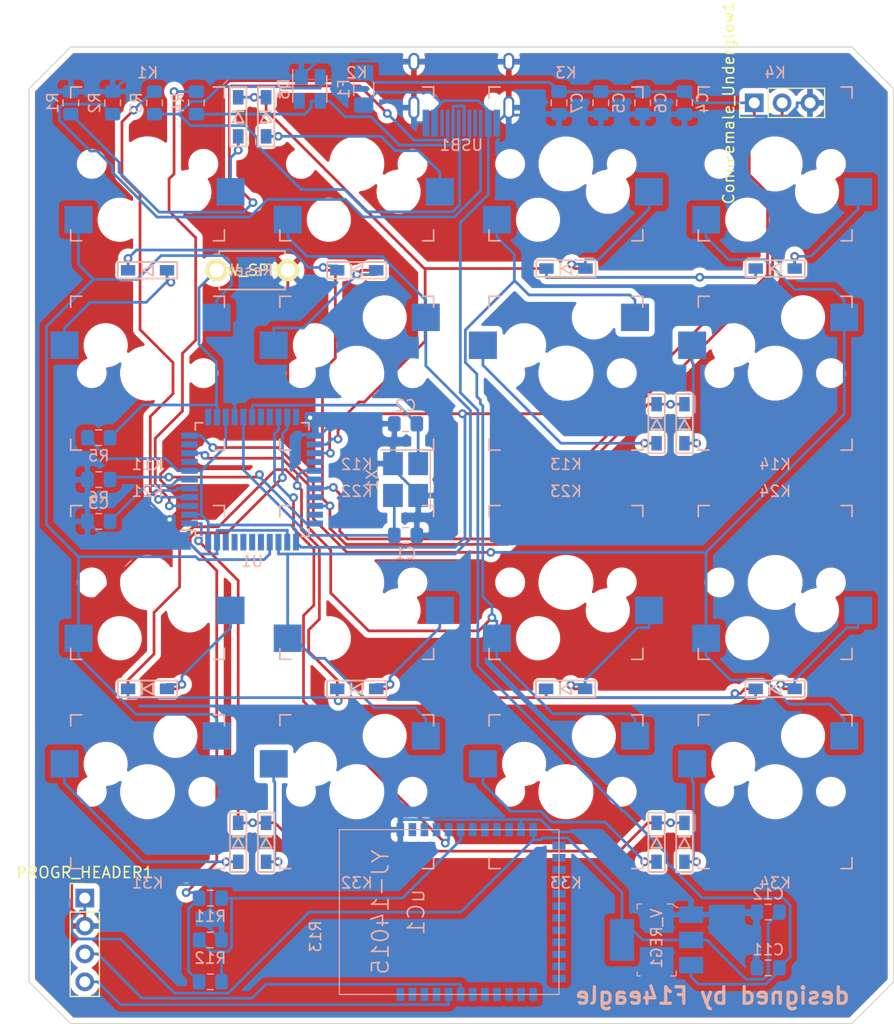
<source format=kicad_pcb>
(kicad_pcb (version 20171130) (host pcbnew "(5.1.2)-2")
  (layers (0 F.Cu signal) (31 B.Cu signal) (34 B.Paste user) (35 F.Paste user) (36 B.SilkS user) (37 F.SilkS user) (38 B.Mask user) (39 F.Mask user) (44 Edge.Cuts user))
  (net 0 "")
  (net 1 "Net-(D1-Pad2)")
  (net 2 row0)
  (net 3 "Net-(D2-Pad2)")
  (net 4 "Net-(D3-Pad2)")
  (net 5 "Net-(D4-Pad2)")
  (net 6 "Net-(D11-Pad2)")
  (net 7 row1)
  (net 8 "Net-(D12-Pad2)")
  (net 9 "Net-(D13-Pad2)")
  (net 10 "Net-(D14-Pad2)")
  (net 11 "Net-(D21-Pad2)")
  (net 12 row2)
  (net 13 "Net-(D22-Pad2)")
  (net 14 "Net-(D23-Pad2)")
  (net 15 "Net-(D24-Pad2)")
  (net 16 "Net-(D31-Pad2)")
  (net 17 row3)
  (net 18 "Net-(D32-Pad2)")
  (net 19 "Net-(D33-Pad2)")
  (net 20 "Net-(D34-Pad2)")
  (net 21 row4)
  (net 22 col0)
  (net 23 col1)
  (net 24 col2)
  (net 25 col3)
  (net 26 col4)
  (net 27 GND)
  (net 28 RXI)
  (net 29 TXO)
  (net 30 SWCLK)
  (net 31 SWDIO)
  (net 32 VCC)
  (net 33 TXODIV)
  (net 34 RGB_DATA)
  (net 35 "Net-(uC1-Pad13)")
  (net 36 "Net-(uC1-Pad10)")
  (net 37 "Net-(uC1-Pad9)")
  (net 38 "Net-(uC1-Pad8)")
  (net 39 "Net-(uC1-Pad7)")
  (net 40 "Net-(uC1-Pad4)")
  (net 41 "Net-(uC1-Pad3)")
  (net 42 "Net-(uC1-Pad2)")
  (net 43 "Net-(uC1-Pad36)")
  (net 44 "Net-(uC1-Pad35)")
  (net 45 "Net-(uC1-Pad34)")
  (net 46 "Net-(uC1-Pad33)")
  (net 47 "Net-(uC1-Pad30)")
  (net 48 "Net-(uC1-Pad29)")
  (net 49 "Net-(uC1-Pad28)")
  (net 50 "Net-(uC1-Pad27)")
  (net 51 "Net-(uC1-Pad26)")
  (net 52 "Net-(uC1-Pad25)")
  (net 53 "Net-(uC1-Pad24)")
  (net 54 "Net-(uC1-Pad23)")
  (net 55 "Net-(uC1-Pad22)")
  (net 56 "Net-(uC1-Pad21)")
  (net 57 "Net-(uC1-Pad20)")
  (net 58 "Net-(uC1-Pad19)")
  (net 59 "Net-(uC1-Pad18)")
  (net 60 "Net-(uC1-Pad17)")
  (net 61 "Net-(uC1-Pad16)")
  (net 62 "Net-(uC1-Pad15)")
  (net 63 "Net-(uC1-Pad14)")
  (net 64 "Net-(U1-Pad19)")
  (net 65 "Net-(USB1-Pad3)")
  (net 66 "Net-(USB1-Pad9)")
  (net 67 +5V)
  (net 68 "Net-(D6-Pad4)")
  (net 69 "Net-(D6-Pad3)")
  (net 70 "Net-(D6-Pad2)")
  (net 71 +3.3V)
  (net 72 "Net-(R5-Pad2)")
  (net 73 "Net-(U1-Pad42)")
  (net 74 "Net-(U1-Pad41)")
  (net 75 "Net-(U1-Pad40)")
  (net 76 "Net-(U1-Pad39)")
  (net 77 "Net-(U1-Pad38)")
  (net 78 "Net-(R6-Pad2)")
  (net 79 "Net-(U1-Pad32)")
  (net 80 "Net-(U1-Pad30)")
  (net 81 "Net-(U1-Pad26)")
  (net 82 "Net-(U1-Pad22)")
  (net 83 "Net-(U1-Pad18)")
  (net 84 "Net-(C2-Pad1)")
  (net 85 "Net-(C1-Pad1)")
  (net 86 "Net-(U1-Pad12)")
  (net 87 "Net-(U1-Pad8)")
  (net 88 "Net-(C3-Pad1)")
  (net 89 D+)
  (net 90 D-)
  (net 91 "Net-(R2-Pad2)")
  (net 92 "Net-(R1-Pad2)")
  (module Crystal:Crystal_SMD_3225-4Pin_3.2x2.5mm_HandSoldering (layer B.Cu) (at 109.22 97.79 270)
    (fp_text reference X1 (at 0 3.05 270) (layer B.SilkS) (effects (justify mirror)))
    (fp_text value Crystal_GND24)
    (pad 4 smd rect (at -1.45 1.15 270) (size 2.1 1.8) (layers B.Cu B.Paste B.Mask) (net 27 GND))
    (pad 3 smd rect (at 1.45 1.15 270) (size 2.1 1.8) (layers B.Cu B.Paste B.Mask) (net 85 "Net-(C1-Pad1)"))
    (pad 2 smd rect (at 1.45 -1.15 270) (size 2.1 1.8) (layers B.Cu B.Paste B.Mask) (net 27 GND))
    (pad 1 smd rect (at -1.45 -1.15 270) (size 2.1 1.8) (layers B.Cu B.Paste B.Mask) (net 84 "Net-(C2-Pad1)"))
  )
  (module Fuse:Fuse_1206_3216Metric_Pad1.42x1.75mm_HandSolder (layer B.Cu) (at 105.41 62.23 270)
    (fp_text reference F1 (at 0 1.82 90) (layer B.SilkS) (effects (justify mirror)))
    (fp_text value MF-NSMF050-2)
    (pad 2 smd roundrect (at 1.4875 0 270) (size 1.425 1.75) (layers B.Cu B.Paste B.Mask) (roundrect_rratio 0.175439) (net 32 VCC))
    (pad 1 smd roundrect (at -1.4875 0 270) (size 1.425 1.75) (layers B.Cu B.Paste B.Mask) (roundrect_rratio 0.175439) (net 67 +5V))
  )
  (module Resistor_SMD:R_0805_2012Metric_Pad1.15x1.40mm_HandSolder (layer B.Cu) (at 81.28 97.79)
    (fp_text reference R6 (at 0 1.65) (layer B.SilkS) (effects (justify mirror)))
    (fp_text value 1K)
    (pad 2 smd roundrect (at 1.025 0) (size 1.15 1.4) (layers B.Cu B.Paste B.Mask) (roundrect_rratio 0.217391) (net 78 "Net-(R6-Pad2)"))
    (pad 1 smd roundrect (at -1.025 0) (size 1.15 1.4) (layers B.Cu B.Paste B.Mask) (roundrect_rratio 0.217391) (net 27 GND))
  )
  (module Resistor_SMD:R_0805_2012Metric_Pad1.15x1.40mm_HandSolder (layer B.Cu) (at 81.28 93.98)
    (fp_text reference R5 (at 0 1.65) (layer B.SilkS) (effects (justify mirror)))
    (fp_text value 10K)
    (pad 2 smd roundrect (at 1.025 0) (size 1.15 1.4) (layers B.Cu B.Paste B.Mask) (roundrect_rratio 0.217391) (net 72 "Net-(R5-Pad2)"))
    (pad 1 smd roundrect (at -1.025 0) (size 1.15 1.4) (layers B.Cu B.Paste B.Mask) (roundrect_rratio 0.217391) (net 67 +5V))
  )
  (module Resistor_SMD:R_0805_2012Metric_Pad1.15x1.40mm_HandSolder (layer B.Cu) (at 90.17 63.5 270)
    (fp_text reference R4 (at 0 1.65 270) (layer B.SilkS) (effects (justify mirror)))
    (fp_text value 22)
    (pad 2 smd roundrect (at 1.025 0 270) (size 1.15 1.4) (layers B.Cu B.Paste B.Mask) (roundrect_rratio 0.217391) (net 69 "Net-(D6-Pad3)"))
    (pad 1 smd roundrect (at -1.025 0 270) (size 1.15 1.4) (layers B.Cu B.Paste B.Mask) (roundrect_rratio 0.217391) (net 90 D-))
  )
  (module Resistor_SMD:R_0805_2012Metric_Pad1.15x1.40mm_HandSolder (layer B.Cu) (at 86.36 63.5 270)
    (fp_text reference R3 (at 0 1.65 270) (layer B.SilkS) (effects (justify mirror)))
    (fp_text value 22)
    (pad 2 smd roundrect (at 1.025 0 270) (size 1.15 1.4) (layers B.Cu B.Paste B.Mask) (roundrect_rratio 0.217391) (net 70 "Net-(D6-Pad2)"))
    (pad 1 smd roundrect (at -1.025 0 270) (size 1.15 1.4) (layers B.Cu B.Paste B.Mask) (roundrect_rratio 0.217391) (net 89 D+))
  )
  (module Resistor_SMD:R_0805_2012Metric_Pad1.15x1.40mm_HandSolder (layer B.Cu) (at 82.55 63.5 270)
    (fp_text reference R2 (at 0 1.65 270) (layer B.SilkS) (effects (justify mirror)))
    (fp_text value 5.1K)
    (pad 2 smd roundrect (at 1.025 0 270) (size 1.15 1.4) (layers B.Cu B.Paste B.Mask) (roundrect_rratio 0.217391) (net 91 "Net-(R2-Pad2)"))
    (pad 1 smd roundrect (at -1.025 0 270) (size 1.15 1.4) (layers B.Cu B.Paste B.Mask) (roundrect_rratio 0.217391) (net 27 GND))
  )
  (module Resistor_SMD:R_0805_2012Metric_Pad1.15x1.40mm_HandSolder (layer B.Cu) (at 78.74 63.5 270)
    (fp_text reference R1 (at 0 1.65 270) (layer B.SilkS) (effects (justify mirror)))
    (fp_text value 5.1K)
    (pad 2 smd roundrect (at 1.025 0 270) (size 1.15 1.4) (layers B.Cu B.Paste B.Mask) (roundrect_rratio 0.217391) (net 92 "Net-(R1-Pad2)"))
    (pad 1 smd roundrect (at -1.025 0 270) (size 1.15 1.4) (layers B.Cu B.Paste B.Mask) (roundrect_rratio 0.217391) (net 27 GND))
  )
  (module Capacitor_SMD:C_0805_2012Metric_Pad1.15x1.40mm_HandSolder (layer B.Cu) (at 142.24 137.16 180)
    (fp_text reference C12 (at 0 1.65) (layer B.SilkS) (effects (justify mirror)))
    (fp_text value 10uF)
    (pad 2 smd roundrect (at 1.025 0 180) (size 1.15 1.4) (layers B.Cu B.Paste B.Mask) (roundrect_rratio 0.217391) (net 27 GND))
    (pad 1 smd roundrect (at -1.025 0 180) (size 1.15 1.4) (layers B.Cu B.Paste B.Mask) (roundrect_rratio 0.217391) (net 71 +3.3V))
  )
  (module Capacitor_SMD:C_0805_2012Metric_Pad1.15x1.40mm_HandSolder (layer B.Cu) (at 142.24 142.24 180)
    (fp_text reference C11 (at 0 1.65) (layer B.SilkS) (effects (justify mirror)))
    (fp_text value 10uF)
    (pad 2 smd roundrect (at 1.025 0 180) (size 1.15 1.4) (layers B.Cu B.Paste B.Mask) (roundrect_rratio 0.217391) (net 27 GND))
    (pad 1 smd roundrect (at -1.025 0 180) (size 1.15 1.4) (layers B.Cu B.Paste B.Mask) (roundrect_rratio 0.217391) (net 32 VCC))
  )
  (module Capacitor_SMD:C_0805_2012Metric_Pad1.15x1.40mm_HandSolder (layer B.Cu) (at 123.19 63.5 90)
    (fp_text reference C7 (at 0 1.65 90) (layer B.SilkS) (effects (justify mirror)))
    (fp_text value 10uF)
    (pad 2 smd roundrect (at 1.025 0 90) (size 1.15 1.4) (layers B.Cu B.Paste B.Mask) (roundrect_rratio 0.217391) (net 67 +5V))
    (pad 1 smd roundrect (at -1.025 0 90) (size 1.15 1.4) (layers B.Cu B.Paste B.Mask) (roundrect_rratio 0.217391) (net 27 GND))
  )
  (module Capacitor_SMD:C_0805_2012Metric_Pad1.15x1.40mm_HandSolder (layer B.Cu) (at 130.81 63.5 90)
    (fp_text reference C6 (at 0 1.65 90) (layer B.SilkS) (effects (justify mirror)))
    (fp_text value 100nF)
    (pad 2 smd roundrect (at 1.025 0 90) (size 1.15 1.4) (layers B.Cu B.Paste B.Mask) (roundrect_rratio 0.217391) (net 67 +5V))
    (pad 1 smd roundrect (at -1.025 0 90) (size 1.15 1.4) (layers B.Cu B.Paste B.Mask) (roundrect_rratio 0.217391) (net 27 GND))
  )
  (module Capacitor_SMD:C_0805_2012Metric_Pad1.15x1.40mm_HandSolder (layer B.Cu) (at 127 63.5 90)
    (fp_text reference C5 (at 0 1.65 90) (layer B.SilkS) (effects (justify mirror)))
    (fp_text value 100nF)
    (pad 2 smd roundrect (at 1.025 0 90) (size 1.15 1.4) (layers B.Cu B.Paste B.Mask) (roundrect_rratio 0.217391) (net 67 +5V))
    (pad 1 smd roundrect (at -1.025 0 90) (size 1.15 1.4) (layers B.Cu B.Paste B.Mask) (roundrect_rratio 0.217391) (net 27 GND))
  )
  (module Capacitor_SMD:C_0805_2012Metric_Pad1.15x1.40mm_HandSolder (layer B.Cu) (at 134.62 63.5 90)
    (fp_text reference C4 (at 0 1.65 90) (layer B.SilkS) (effects (justify mirror)))
    (fp_text value 100nF)
    (pad 2 smd roundrect (at 1.025 0 90) (size 1.15 1.4) (layers B.Cu B.Paste B.Mask) (roundrect_rratio 0.217391) (net 67 +5V))
    (pad 1 smd roundrect (at -1.025 0 90) (size 1.15 1.4) (layers B.Cu B.Paste B.Mask) (roundrect_rratio 0.217391) (net 27 GND))
  )
  (module Capacitor_SMD:C_0805_2012Metric_Pad1.15x1.40mm_HandSolder (layer B.Cu) (at 81.28 101.6 180)
    (fp_text reference C3 (at 0 1.65) (layer B.SilkS) (effects (justify mirror)))
    (fp_text value 1uF)
    (pad 2 smd roundrect (at 1.025 0 180) (size 1.15 1.4) (layers B.Cu B.Paste B.Mask) (roundrect_rratio 0.217391) (net 27 GND))
    (pad 1 smd roundrect (at -1.025 0 180) (size 1.15 1.4) (layers B.Cu B.Paste B.Mask) (roundrect_rratio 0.217391) (net 88 "Net-(C3-Pad1)"))
  )
  (module Capacitor_SMD:C_0805_2012Metric_Pad1.15x1.40mm_HandSolder (layer B.Cu) (at 109.22 92.71 180)
    (fp_text reference C2 (at 0 1.65) (layer B.SilkS) (effects (justify mirror)))
    (fp_text value 22pF)
    (pad 2 smd roundrect (at 1.025 0 180) (size 1.15 1.4) (layers B.Cu B.Paste B.Mask) (roundrect_rratio 0.217391) (net 27 GND))
    (pad 1 smd roundrect (at -1.025 0 180) (size 1.15 1.4) (layers B.Cu B.Paste B.Mask) (roundrect_rratio 0.217391) (net 84 "Net-(C2-Pad1)"))
  )
  (module Capacitor_SMD:C_0805_2012Metric_Pad1.15x1.40mm_HandSolder (layer B.Cu) (at 109.22 102.87)
    (fp_text reference C1 (at 0 1.65) (layer B.SilkS) (effects (justify mirror)))
    (fp_text value 22pF)
    (pad 2 smd roundrect (at 1.025 0) (size 1.15 1.4) (layers B.Cu B.Paste B.Mask) (roundrect_rratio 0.217391) (net 27 GND))
    (pad 1 smd roundrect (at -1.025 0) (size 1.15 1.4) (layers B.Cu B.Paste B.Mask) (roundrect_rratio 0.217391) (net 85 "Net-(C1-Pad1)"))
  )
  (module Package_QFP:TQFP-44_10x10mm_P0.8mm (layer B.Cu) (at 95.25 97.79)
    (fp_text reference U1 (at 0 7.45) (layer B.SilkS) (effects (justify mirror)))
    (fp_text value ATmega32U4-AU)
    (pad 44 smd rect (at -4 5.7 270) (size 1.5 0.55) (layers B.Cu B.Paste B.Mask) (net 67 +5V))
    (pad 43 smd rect (at -3.2 5.7 270) (size 1.5 0.55) (layers B.Cu B.Paste B.Mask) (net 27 GND))
    (pad 42 smd rect (at -2.4 5.7 270) (size 1.5 0.55) (layers B.Cu B.Paste B.Mask) (net 73 "Net-(U1-Pad42)"))
    (pad 41 smd rect (at -1.6 5.7 270) (size 1.5 0.55) (layers B.Cu B.Paste B.Mask) (net 74 "Net-(U1-Pad41)"))
    (pad 40 smd rect (at -0.8 5.7 270) (size 1.5 0.55) (layers B.Cu B.Paste B.Mask) (net 75 "Net-(U1-Pad40)"))
    (pad 39 smd rect (at 0 5.7 270) (size 1.5 0.55) (layers B.Cu B.Paste B.Mask) (net 76 "Net-(U1-Pad39)"))
    (pad 38 smd rect (at 0.8 5.7 270) (size 1.5 0.55) (layers B.Cu B.Paste B.Mask) (net 77 "Net-(U1-Pad38)"))
    (pad 37 smd rect (at 1.6 5.7 270) (size 1.5 0.55) (layers B.Cu B.Paste B.Mask) (net 22 col0))
    (pad 36 smd rect (at 2.4 5.7 270) (size 1.5 0.55) (layers B.Cu B.Paste B.Mask) (net 23 col1))
    (pad 35 smd rect (at 3.2 5.7 270) (size 1.5 0.55) (layers B.Cu B.Paste B.Mask) (net 27 GND))
    (pad 34 smd rect (at 4 5.7 270) (size 1.5 0.55) (layers B.Cu B.Paste B.Mask) (net 67 +5V))
    (pad 33 smd rect (at 5.7 4) (size 1.5 0.55) (layers B.Cu B.Paste B.Mask) (net 78 "Net-(R6-Pad2)"))
    (pad 32 smd rect (at 5.7 3.2) (size 1.5 0.55) (layers B.Cu B.Paste B.Mask) (net 79 "Net-(U1-Pad32)"))
    (pad 31 smd rect (at 5.7 2.4) (size 1.5 0.55) (layers B.Cu B.Paste B.Mask) (net 7 row1))
    (pad 30 smd rect (at 5.7 1.6) (size 1.5 0.55) (layers B.Cu B.Paste B.Mask) (net 80 "Net-(U1-Pad30)"))
    (pad 29 smd rect (at 5.7 0.8) (size 1.5 0.55) (layers B.Cu B.Paste B.Mask) (net 34 RGB_DATA))
    (pad 28 smd rect (at 5.7 0) (size 1.5 0.55) (layers B.Cu B.Paste B.Mask) (net 21 row4))
    (pad 27 smd rect (at 5.7 -0.8) (size 1.5 0.55) (layers B.Cu B.Paste B.Mask) (net 12 row2))
    (pad 26 smd rect (at 5.7 -1.6) (size 1.5 0.55) (layers B.Cu B.Paste B.Mask) (net 81 "Net-(U1-Pad26)"))
    (pad 25 smd rect (at 5.7 -2.4) (size 1.5 0.55) (layers B.Cu B.Paste B.Mask) (net 2 row0))
    (pad 24 smd rect (at 5.7 -3.2) (size 1.5 0.55) (layers B.Cu B.Paste B.Mask) (net 67 +5V))
    (pad 23 smd rect (at 5.7 -4) (size 1.5 0.55) (layers B.Cu B.Paste B.Mask) (net 27 GND))
    (pad 22 smd rect (at 4 -5.7 270) (size 1.5 0.55) (layers B.Cu B.Paste B.Mask) (net 82 "Net-(U1-Pad22)"))
    (pad 21 smd rect (at 3.2 -5.7 270) (size 1.5 0.55) (layers B.Cu B.Paste B.Mask) (net 29 TXO))
    (pad 20 smd rect (at 2.4 -5.7 270) (size 1.5 0.55) (layers B.Cu B.Paste B.Mask) (net 28 RXI))
    (pad 19 smd rect (at 1.6 -5.7 270) (size 1.5 0.55) (layers B.Cu B.Paste B.Mask) (net 64 "Net-(U1-Pad19)"))
    (pad 18 smd rect (at 0.8 -5.7 270) (size 1.5 0.55) (layers B.Cu B.Paste B.Mask) (net 83 "Net-(U1-Pad18)"))
    (pad 17 smd rect (at 0 -5.7 270) (size 1.5 0.55) (layers B.Cu B.Paste B.Mask) (net 84 "Net-(C2-Pad1)"))
    (pad 16 smd rect (at -0.8 -5.7 270) (size 1.5 0.55) (layers B.Cu B.Paste B.Mask) (net 85 "Net-(C1-Pad1)"))
    (pad 15 smd rect (at -1.6 -5.7 270) (size 1.5 0.55) (layers B.Cu B.Paste B.Mask) (net 27 GND))
    (pad 14 smd rect (at -2.4 -5.7 270) (size 1.5 0.55) (layers B.Cu B.Paste B.Mask) (net 67 +5V))
    (pad 13 smd rect (at -3.2 -5.7 270) (size 1.5 0.55) (layers B.Cu B.Paste B.Mask) (net 72 "Net-(R5-Pad2)"))
    (pad 12 smd rect (at -4 -5.7 270) (size 1.5 0.55) (layers B.Cu B.Paste B.Mask) (net 86 "Net-(U1-Pad12)"))
    (pad 11 smd rect (at -5.7 -4) (size 1.5 0.55) (layers B.Cu B.Paste B.Mask) (net 25 col3))
    (pad 10 smd rect (at -5.7 -3.2) (size 1.5 0.55) (layers B.Cu B.Paste B.Mask) (net 26 col4))
    (pad 9 smd rect (at -5.7 -2.4) (size 1.5 0.55) (layers B.Cu B.Paste B.Mask) (net 24 col2))
    (pad 8 smd rect (at -5.7 -1.6) (size 1.5 0.55) (layers B.Cu B.Paste B.Mask) (net 87 "Net-(U1-Pad8)"))
    (pad 7 smd rect (at -5.7 -0.8) (size 1.5 0.55) (layers B.Cu B.Paste B.Mask) (net 67 +5V))
    (pad 6 smd rect (at -5.7 0) (size 1.5 0.55) (layers B.Cu B.Paste B.Mask) (net 88 "Net-(C3-Pad1)"))
    (pad 5 smd rect (at -5.7 0.8) (size 1.5 0.55) (layers B.Cu B.Paste B.Mask) (net 27 GND))
    (pad 4 smd rect (at -5.7 1.6) (size 1.5 0.55) (layers B.Cu B.Paste B.Mask) (net 89 D+))
    (pad 3 smd rect (at -5.7 2.4) (size 1.5 0.55) (layers B.Cu B.Paste B.Mask) (net 90 D-))
    (pad 2 smd rect (at -5.7 3.2) (size 1.5 0.55) (layers B.Cu B.Paste B.Mask) (net 67 +5V))
    (pad 1 smd rect (at -5.7 4) (size 1.5 0.55) (layers B.Cu B.Paste B.Mask) (net 17 row3))
  )
  (module Package_TO_SOT_SMD:SOT-143 (layer B.Cu) (at 100.5 62.23 270)
    (fp_text reference D6 (at 0.02 2.38 90) (layer B.SilkS) (effects (justify mirror)))
    (fp_text value PRTR5V0U2X)
    (pad 4 smd rect (at 1.1 0.95) (size 1 1.4) (layers B.Cu B.Paste B.Mask) (net 68 "Net-(D6-Pad4)"))
    (pad 3 smd rect (at 1.1 -0.95) (size 1 1.4) (layers B.Cu B.Paste B.Mask) (net 69 "Net-(D6-Pad3)"))
    (pad 2 smd rect (at -1.1 -0.95) (size 1 1.4) (layers B.Cu B.Paste B.Mask) (net 70 "Net-(D6-Pad2)"))
    (pad 1 smd rect (at -1.1 0.77) (size 1.2 1.4) (layers B.Cu B.Paste B.Mask) (net 27 GND))
  )
  (module wingxx-receiver:ResetSW (layer F.Cu) (at 95.25 78.74 180)
    (fp_text reference RESET1 hide)
    (fp_text value SW_SPST (at 0 0) (layer F.SilkS))
    (fp_text user Reset (at 0.127 0) (layer B.SilkS) (effects (justify mirror)))
    (pad 1 thru_hole circle (at 3.25 0 180) (size 2 2) (drill 1.3) (layers *.Cu *.Mask F.SilkS) (net 72 "Net-(R5-Pad2)"))
    (pad 2 thru_hole circle (at -3.25 0 180) (size 2 2) (drill 1.3) (layers *.Cu *.Mask F.SilkS) (net 27 GND))
  )
  (module redox_w_receiver_footprints:MY-YJ-14015-Module (layer B.Cu) (at 123.19 137.16 270)
    (fp_text reference uC1 (at 0 13 270) (layer B.SilkS) (effects (font (size 1.5 1.5) (thickness 0.1524)) (justify mirror)))
    (fp_text value YJ-14015 (at 0 16.256 270) (layer B.SilkS) (effects (font (size 1.5 1.5) (thickness 0.1524)) (justify mirror)))
    (pad 11 smd rect (at -7.49808 3.44932 180) (size 0.6985 1.19888) (layers B.Cu B.Paste B.Mask) (net 27 GND))
    (pad 1 smd rect (at -7.49808 14.44752 180) (size 0.6985 1.19888) (layers B.Cu B.Paste B.Mask) (net 27 GND))
    (pad 14 smd rect (at -4.94792 0 180) (size 1.19888 0.6985) (layers B.Cu B.Paste B.Mask) (net 63 "Net-(uC1-Pad14)"))
    (pad 15 smd rect (at -3.8481 0 180) (size 1.19888 0.6985) (layers B.Cu B.Paste B.Mask) (net 62 "Net-(uC1-Pad15)"))
    (pad 16 smd rect (at -2.74828 0 180) (size 1.19888 0.6985) (layers B.Cu B.Paste B.Mask) (net 61 "Net-(uC1-Pad16)"))
    (pad 17 smd rect (at -1.64846 0 180) (size 1.19888 0.6985) (layers B.Cu B.Paste B.Mask) (net 60 "Net-(uC1-Pad17)"))
    (pad 18 smd rect (at -0.54864 0 180) (size 1.19888 0.6985) (layers B.Cu B.Paste B.Mask) (net 59 "Net-(uC1-Pad18)"))
    (pad 19 smd rect (at 0.54864 0 180) (size 1.19888 0.6985) (layers B.Cu B.Paste B.Mask) (net 58 "Net-(uC1-Pad19)"))
    (pad 20 smd rect (at 1.64846 0 180) (size 1.19888 0.6985) (layers B.Cu B.Paste B.Mask) (net 57 "Net-(uC1-Pad20)"))
    (pad 21 smd rect (at 2.74828 0 180) (size 1.19888 0.6985) (layers B.Cu B.Paste B.Mask) (net 56 "Net-(uC1-Pad21)"))
    (pad 22 smd rect (at 3.8481 0 180) (size 1.19888 0.6985) (layers B.Cu B.Paste B.Mask) (net 55 "Net-(uC1-Pad22)"))
    (pad 23 smd rect (at 4.94792 0 180) (size 1.19888 0.6985) (layers B.Cu B.Paste B.Mask) (net 54 "Net-(uC1-Pad23)"))
    (pad 24 smd rect (at 6.04774 0 180) (size 1.19888 0.6985) (layers B.Cu B.Paste B.Mask) (net 53 "Net-(uC1-Pad24)"))
    (pad 25 smd rect (at 7.49808 2.3495 180) (size 0.6985 1.19888) (layers B.Cu B.Paste B.Mask) (net 52 "Net-(uC1-Pad25)"))
    (pad 26 smd rect (at 7.49808 3.44932 180) (size 0.6985 1.19888) (layers B.Cu B.Paste B.Mask) (net 51 "Net-(uC1-Pad26)"))
    (pad 27 smd rect (at 7.49808 4.54914 180) (size 0.6985 1.19888) (layers B.Cu B.Paste B.Mask) (net 50 "Net-(uC1-Pad27)"))
    (pad 28 smd rect (at 7.49808 5.64896 180) (size 0.6985 1.19888) (layers B.Cu B.Paste B.Mask) (net 49 "Net-(uC1-Pad28)"))
    (pad 29 smd rect (at 7.49808 6.74878 180) (size 0.6985 1.19888) (layers B.Cu B.Paste B.Mask) (net 48 "Net-(uC1-Pad29)"))
    (pad 30 smd rect (at 7.49808 7.8486 180) (size 0.6985 1.19888) (layers B.Cu B.Paste B.Mask) (net 47 "Net-(uC1-Pad30)"))
    (pad 33 smd rect (at 7.49808 11.14806 180) (size 0.6985 1.19888) (layers B.Cu B.Paste B.Mask) (net 46 "Net-(uC1-Pad33)"))
    (pad 34 smd rect (at 7.49808 12.24788 180) (size 0.6985 1.19888) (layers B.Cu B.Paste B.Mask) (net 45 "Net-(uC1-Pad34)"))
    (pad 35 smd rect (at 7.49808 13.3477 180) (size 0.6985 1.19888) (layers B.Cu B.Paste B.Mask) (net 44 "Net-(uC1-Pad35)"))
    (pad 36 smd rect (at 7.49808 14.44752 180) (size 0.6985 1.19888) (layers B.Cu B.Paste B.Mask) (net 43 "Net-(uC1-Pad36)"))
    (pad 2 smd rect (at -7.49808 13.3477 180) (size 0.6985 1.19888) (layers B.Cu B.Paste B.Mask) (net 42 "Net-(uC1-Pad2)"))
    (pad 3 smd rect (at -7.49808 12.24788 180) (size 0.6985 1.19888) (layers B.Cu B.Paste B.Mask) (net 41 "Net-(uC1-Pad3)"))
    (pad 4 smd rect (at -7.49808 11.14806 180) (size 0.6985 1.19888) (layers B.Cu B.Paste B.Mask) (net 40 "Net-(uC1-Pad4)"))
    (pad 5 smd rect (at -7.49808 10.04824 180) (size 0.6985 1.19888) (layers B.Cu B.Paste B.Mask) (net 28 RXI))
    (pad 6 smd rect (at -7.49808 8.94842 180) (size 0.6985 1.19888) (layers B.Cu B.Paste B.Mask) (net 33 TXODIV))
    (pad 7 smd rect (at -7.49808 7.8486 180) (size 0.6985 1.19888) (layers B.Cu B.Paste B.Mask) (net 39 "Net-(uC1-Pad7)"))
    (pad 8 smd rect (at -7.49808 6.74878 180) (size 0.6985 1.19888) (layers B.Cu B.Paste B.Mask) (net 38 "Net-(uC1-Pad8)"))
    (pad 9 smd rect (at -7.49808 5.64896 180) (size 0.6985 1.19888) (layers B.Cu B.Paste B.Mask) (net 37 "Net-(uC1-Pad9)"))
    (pad 10 smd rect (at -7.49808 4.54914 180) (size 0.6985 1.19888) (layers B.Cu B.Paste B.Mask) (net 36 "Net-(uC1-Pad10)"))
    (pad 13 smd rect (at -6.04774 0 180) (size 1.19888 0.6985) (layers B.Cu B.Paste B.Mask) (net 35 "Net-(uC1-Pad13)"))
    (pad 32 smd rect (at 7.49808 10.04824 180) (size 0.6985 1.19888) (layers B.Cu B.Paste B.Mask) (net 30 SWCLK))
    (pad 31 smd rect (at 7.49808 8.94842 180) (size 0.6985 1.19888) (layers B.Cu B.Paste B.Mask) (net 31 SWDIO))
    (pad 12 smd rect (at -7.49808 2.3495 180) (size 0.6985 1.19888) (layers B.Cu B.Paste B.Mask) (net 71 +3.3V))
  )
  (module Type-C:HRO-TYPE-C-31-M-12-HandSoldering (layer B.Cu) (at 114.3 57.15)
    (fp_text reference USB1 (at 0 10.2) (layer B.SilkS) (effects (justify mirror)))
    (fp_text value HRO-TYPE-C-31-M-12)
    (pad 12 smd rect (at 3.225 8.195) (size 0.6 2.45) (layers B.Cu B.Paste B.Mask) (net 27 GND))
    (pad 1 smd rect (at -3.225 8.195) (size 0.6 2.45) (layers B.Cu B.Paste B.Mask) (net 27 GND))
    (pad 11 smd rect (at 2.45 8.195) (size 0.6 2.45) (layers B.Cu B.Paste B.Mask) (net 32 VCC))
    (pad 2 smd rect (at -2.45 8.195) (size 0.6 2.45) (layers B.Cu B.Paste B.Mask) (net 32 VCC))
    (pad 3 smd rect (at -1.75 8.195) (size 0.3 2.45) (layers B.Cu B.Paste B.Mask) (net 65 "Net-(USB1-Pad3)"))
    (pad 10 smd rect (at 1.75 8.195) (size 0.3 2.45) (layers B.Cu B.Paste B.Mask) (net 91 "Net-(R2-Pad2)"))
    (pad 4 smd rect (at -1.25 8.195) (size 0.3 2.45) (layers B.Cu B.Paste B.Mask) (net 92 "Net-(R1-Pad2)"))
    (pad 9 smd rect (at 1.25 8.195) (size 0.3 2.45) (layers B.Cu B.Paste B.Mask) (net 66 "Net-(USB1-Pad9)"))
    (pad 5 smd rect (at -0.75 8.195) (size 0.3 2.45) (layers B.Cu B.Paste B.Mask) (net 69 "Net-(D6-Pad3)"))
    (pad 8 smd rect (at 0.75 8.195) (size 0.3 2.45) (layers B.Cu B.Paste B.Mask) (net 70 "Net-(D6-Pad2)"))
    (pad 7 smd rect (at 0.25 8.195) (size 0.3 2.45) (layers B.Cu B.Paste B.Mask) (net 69 "Net-(D6-Pad3)"))
    (pad 6 smd rect (at -0.25 8.195) (size 0.3 2.45) (layers B.Cu B.Paste B.Mask) (net 70 "Net-(D6-Pad2)"))
    (pad "" np_thru_hole circle (at 2.89 6.25) (size 0.65 0.65) (drill 0.65) (layers *.Cu *.Mask))
    (pad "" np_thru_hole circle (at -2.89 6.25) (size 0.65 0.65) (drill 0.65) (layers *.Cu *.Mask))
    (pad 13 thru_hole oval (at -4.32 6.78) (size 1 2.1) (drill oval 0.6 1.7) (layers *.Cu F.Mask) (net 27 GND))
    (pad 13 thru_hole oval (at 4.32 6.78) (size 1 2.1) (drill oval 0.6 1.7) (layers *.Cu F.Mask) (net 27 GND))
    (pad 13 thru_hole oval (at -4.32 2.6) (size 1 1.6) (drill oval 0.6 1.2) (layers *.Cu F.Mask) (net 27 GND))
    (pad 13 thru_hole oval (at 4.32 2.6) (size 1 1.6) (drill oval 0.6 1.2) (layers *.Cu F.Mask) (net 27 GND))
  )
  (module redox_w_receiver_footprints:SOT-223 (layer B.Cu) (at 132.08 139.7 270)
    (fp_text reference V_REG1 (at -0.127 0 90) (layer B.SilkS) (effects (justify mirror)))
    (fp_text value LD1117S33CTR)
    (pad 4 smd rect (at 0 3.15 270) (size 3.8 2.2) (layers B.Cu B.Paste B.Mask) (net 71 +3.3V))
    (pad 1 smd rect (at -2.3 -3.15 270) (size 1.5 2.2) (layers B.Cu B.Paste B.Mask) (net 27 GND))
    (pad 2 smd rect (at 0 -3.15 270) (size 1.5 2.2) (layers B.Cu B.Paste B.Mask) (net 71 +3.3V))
    (pad 3 smd rect (at 2.3 -3.15 270) (size 1.5 2.2) (layers B.Cu B.Paste B.Mask) (net 32 VCC))
  )
  (module Connector_PinHeader_2.54mm:PinHeader_1x03_P2.54mm_Vertical (layer F.Cu) (at 140.97 63.5 90)
    (fp_text reference ConnFemale_Underglow1 (at 0 -2.33 90) (layer F.SilkS))
    (fp_text value Conn_01x03_Female)
    (pad 3 thru_hole oval (at 0 5.08 90) (size 1.7 1.7) (drill 1) (layers *.Cu *.Mask) (net 27 GND))
    (pad 2 thru_hole oval (at 0 2.54 90) (size 1.7 1.7) (drill 1) (layers *.Cu *.Mask) (net 34 RGB_DATA))
    (pad 1 thru_hole rect (at 0 0 90) (size 1.7 1.7) (drill 1) (layers *.Cu *.Mask) (net 67 +5V))
  )
  (module Resistor_SMD:R_0805_2012Metric_Pad1.15x1.40mm_HandSolder (layer B.Cu) (at 91.44 143.51)
    (fp_text reference R13 (at 9.5875 -4.1275 -90) (layer B.SilkS) (effects (justify mirror)))
    (fp_text value 1.5K)
    (pad 2 smd roundrect (at 1.025 0) (size 1.15 1.4) (layers B.Cu B.Paste B.Mask) (roundrect_rratio 0.217391) (net 33 TXODIV))
    (pad 1 smd roundrect (at -1.025 0) (size 1.15 1.4) (layers B.Cu B.Paste B.Mask) (roundrect_rratio 0.217391) (net 29 TXO))
  )
  (module Resistor_SMD:R_0805_2012Metric_Pad1.15x1.40mm_HandSolder (layer B.Cu) (at 91.44 139.7)
    (fp_text reference R12 (at 0 1.65) (layer B.SilkS) (effects (justify mirror)))
    (fp_text value 1.5K)
    (pad 2 smd roundrect (at 1.025 0) (size 1.15 1.4) (layers B.Cu B.Paste B.Mask) (roundrect_rratio 0.217391) (net 27 GND))
    (pad 1 smd roundrect (at -1.025 0) (size 1.15 1.4) (layers B.Cu B.Paste B.Mask) (roundrect_rratio 0.217391) (net 33 TXODIV))
  )
  (module Resistor_SMD:R_0805_2012Metric_Pad1.15x1.40mm_HandSolder (layer B.Cu) (at 91.44 135.89)
    (fp_text reference R11 (at 0 1.65) (layer B.SilkS) (effects (justify mirror)))
    (fp_text value 1.5K)
    (pad 2 smd roundrect (at 1.025 0) (size 1.15 1.4) (layers B.Cu B.Paste B.Mask) (roundrect_rratio 0.217391) (net 33 TXODIV))
    (pad 1 smd roundrect (at -1.025 0) (size 1.15 1.4) (layers B.Cu B.Paste B.Mask) (roundrect_rratio 0.217391) (net 29 TXO))
  )
  (module Connector_PinHeader_2.54mm:PinHeader_1x04_P2.54mm_Vertical (layer F.Cu) (at 80.01 135.89)
    (fp_text reference PROGR_HEADER1 (at 0 -2.33) (layer F.SilkS))
    (fp_text value Conn_01x04_Female)
    (pad 4 thru_hole oval (at 0 7.62) (size 1.7 1.7) (drill 1) (layers *.Cu *.Mask) (net 30 SWCLK))
    (pad 3 thru_hole oval (at 0 5.08) (size 1.7 1.7) (drill 1) (layers *.Cu *.Mask) (net 31 SWDIO))
    (pad 2 thru_hole oval (at 0 2.54) (size 1.7 1.7) (drill 1) (layers *.Cu *.Mask) (net 27 GND))
    (pad 1 thru_hole rect (at 0 0) (size 1.7 1.7) (drill 1) (layers *.Cu *.Mask) (net 71 +3.3V))
  )
  (module keyswitches:Kailh_socket (layer F.Cu) (at 142.875 126.206)
    (fp_text reference K34 (at 0 8.3) (layer B.SilkS) (effects (justify mirror)))
    (fp_text value KEYSW-redox_rev1-rescue)
    (pad 2 smd rect (at -7.56 -2.54) (size 2.55 2.5) (layers B.Cu B.Paste B.Mask) (net 20 "Net-(D34-Pad2)"))
    (pad "" np_thru_hole circle (at -5.08 0) (size 1.7018 1.7018) (drill 1.7018) (layers *.Cu *.Mask))
    (pad "" np_thru_hole circle (at 5.08 0) (size 1.7018 1.7018) (drill 1.7018) (layers *.Cu *.Mask))
    (pad "" np_thru_hole circle (at 0 0) (size 3.9878 3.9878) (drill 3.9878) (layers *.Cu *.Mask))
    (pad "" np_thru_hole circle (at -3.81 -2.54) (size 3 3) (drill 3) (layers *.Cu *.Mask))
    (pad "" np_thru_hole circle (at 2.54 -5.08) (size 3 3) (drill 3) (layers *.Cu *.Mask))
    (pad 1 smd rect (at 6.29 -5.08) (size 2.55 2.5) (layers B.Cu B.Paste B.Mask) (net 25 col3))
  )
  (module keyswitches:Kailh_socket (layer F.Cu) (at 123.825 126.206)
    (fp_text reference K33 (at 0 8.3) (layer B.SilkS) (effects (justify mirror)))
    (fp_text value KEYSW-redox_rev1-rescue)
    (pad 2 smd rect (at -7.56 -2.54) (size 2.55 2.5) (layers B.Cu B.Paste B.Mask) (net 19 "Net-(D33-Pad2)"))
    (pad "" np_thru_hole circle (at -5.08 0) (size 1.7018 1.7018) (drill 1.7018) (layers *.Cu *.Mask))
    (pad "" np_thru_hole circle (at 5.08 0) (size 1.7018 1.7018) (drill 1.7018) (layers *.Cu *.Mask))
    (pad "" np_thru_hole circle (at 0 0) (size 3.9878 3.9878) (drill 3.9878) (layers *.Cu *.Mask))
    (pad "" np_thru_hole circle (at -3.81 -2.54) (size 3 3) (drill 3) (layers *.Cu *.Mask))
    (pad "" np_thru_hole circle (at 2.54 -5.08) (size 3 3) (drill 3) (layers *.Cu *.Mask))
    (pad 1 smd rect (at 6.29 -5.08) (size 2.55 2.5) (layers B.Cu B.Paste B.Mask) (net 24 col2))
  )
  (module keyswitches:Kailh_socket (layer F.Cu) (at 104.775 126.206)
    (fp_text reference K32 (at 0 8.3) (layer B.SilkS) (effects (justify mirror)))
    (fp_text value KEYSW-redox_rev1-rescue)
    (pad 2 smd rect (at -7.56 -2.54) (size 2.55 2.5) (layers B.Cu B.Paste B.Mask) (net 18 "Net-(D32-Pad2)"))
    (pad "" np_thru_hole circle (at -5.08 0) (size 1.7018 1.7018) (drill 1.7018) (layers *.Cu *.Mask))
    (pad "" np_thru_hole circle (at 5.08 0) (size 1.7018 1.7018) (drill 1.7018) (layers *.Cu *.Mask))
    (pad "" np_thru_hole circle (at 0 0) (size 3.9878 3.9878) (drill 3.9878) (layers *.Cu *.Mask))
    (pad "" np_thru_hole circle (at -3.81 -2.54) (size 3 3) (drill 3) (layers *.Cu *.Mask))
    (pad "" np_thru_hole circle (at 2.54 -5.08) (size 3 3) (drill 3) (layers *.Cu *.Mask))
    (pad 1 smd rect (at 6.29 -5.08) (size 2.55 2.5) (layers B.Cu B.Paste B.Mask) (net 23 col1))
  )
  (module keyswitches:Kailh_socket (layer F.Cu) (at 85.725 126.206)
    (fp_text reference K31 (at 0 8.3) (layer B.SilkS) (effects (justify mirror)))
    (fp_text value KEYSW-redox_rev1-rescue)
    (pad 2 smd rect (at -7.56 -2.54) (size 2.55 2.5) (layers B.Cu B.Paste B.Mask) (net 16 "Net-(D31-Pad2)"))
    (pad "" np_thru_hole circle (at -5.08 0) (size 1.7018 1.7018) (drill 1.7018) (layers *.Cu *.Mask))
    (pad "" np_thru_hole circle (at 5.08 0) (size 1.7018 1.7018) (drill 1.7018) (layers *.Cu *.Mask))
    (pad "" np_thru_hole circle (at 0 0) (size 3.9878 3.9878) (drill 3.9878) (layers *.Cu *.Mask))
    (pad "" np_thru_hole circle (at -3.81 -2.54) (size 3 3) (drill 3) (layers *.Cu *.Mask))
    (pad "" np_thru_hole circle (at 2.54 -5.08) (size 3 3) (drill 3) (layers *.Cu *.Mask))
    (pad 1 smd rect (at 6.29 -5.08) (size 2.55 2.5) (layers B.Cu B.Paste B.Mask) (net 22 col0))
  )
  (module keyswitches:Kailh_socket (layer F.Cu) (at 142.875 107.156 180)
    (fp_text reference K24 (at 0 8.3) (layer B.SilkS) (effects (justify mirror)))
    (fp_text value KEYSW-redox_rev1-rescue)
    (pad 2 smd rect (at -7.56 -2.54 180) (size 2.55 2.5) (layers B.Cu B.Paste B.Mask) (net 15 "Net-(D24-Pad2)"))
    (pad "" np_thru_hole circle (at -5.08 0 180) (size 1.7018 1.7018) (drill 1.7018) (layers *.Cu *.Mask))
    (pad "" np_thru_hole circle (at 5.08 0 180) (size 1.7018 1.7018) (drill 1.7018) (layers *.Cu *.Mask))
    (pad "" np_thru_hole circle (at 0 0 180) (size 3.9878 3.9878) (drill 3.9878) (layers *.Cu *.Mask))
    (pad "" np_thru_hole circle (at -3.81 -2.54 180) (size 3 3) (drill 3) (layers *.Cu *.Mask))
    (pad "" np_thru_hole circle (at 2.54 -5.08 180) (size 3 3) (drill 3) (layers *.Cu *.Mask))
    (pad 1 smd rect (at 6.29 -5.08 180) (size 2.55 2.5) (layers B.Cu B.Paste B.Mask) (net 25 col3))
  )
  (module keyswitches:Kailh_socket (layer F.Cu) (at 123.825 107.156 180)
    (fp_text reference K23 (at 0 8.3) (layer B.SilkS) (effects (justify mirror)))
    (fp_text value KEYSW-redox_rev1-rescue)
    (pad 2 smd rect (at -7.56 -2.54 180) (size 2.55 2.5) (layers B.Cu B.Paste B.Mask) (net 14 "Net-(D23-Pad2)"))
    (pad "" np_thru_hole circle (at -5.08 0 180) (size 1.7018 1.7018) (drill 1.7018) (layers *.Cu *.Mask))
    (pad "" np_thru_hole circle (at 5.08 0 180) (size 1.7018 1.7018) (drill 1.7018) (layers *.Cu *.Mask))
    (pad "" np_thru_hole circle (at 0 0 180) (size 3.9878 3.9878) (drill 3.9878) (layers *.Cu *.Mask))
    (pad "" np_thru_hole circle (at -3.81 -2.54 180) (size 3 3) (drill 3) (layers *.Cu *.Mask))
    (pad "" np_thru_hole circle (at 2.54 -5.08 180) (size 3 3) (drill 3) (layers *.Cu *.Mask))
    (pad 1 smd rect (at 6.29 -5.08 180) (size 2.55 2.5) (layers B.Cu B.Paste B.Mask) (net 24 col2))
  )
  (module keyswitches:Kailh_socket (layer F.Cu) (at 104.775 107.156 180)
    (fp_text reference K22 (at 0 8.3) (layer B.SilkS) (effects (justify mirror)))
    (fp_text value KEYSW-redox_rev1-rescue)
    (pad 2 smd rect (at -7.56 -2.54 180) (size 2.55 2.5) (layers B.Cu B.Paste B.Mask) (net 13 "Net-(D22-Pad2)"))
    (pad "" np_thru_hole circle (at -5.08 0 180) (size 1.7018 1.7018) (drill 1.7018) (layers *.Cu *.Mask))
    (pad "" np_thru_hole circle (at 5.08 0 180) (size 1.7018 1.7018) (drill 1.7018) (layers *.Cu *.Mask))
    (pad "" np_thru_hole circle (at 0 0 180) (size 3.9878 3.9878) (drill 3.9878) (layers *.Cu *.Mask))
    (pad "" np_thru_hole circle (at -3.81 -2.54 180) (size 3 3) (drill 3) (layers *.Cu *.Mask))
    (pad "" np_thru_hole circle (at 2.54 -5.08 180) (size 3 3) (drill 3) (layers *.Cu *.Mask))
    (pad 1 smd rect (at 6.29 -5.08 180) (size 2.55 2.5) (layers B.Cu B.Paste B.Mask) (net 23 col1))
  )
  (module keyswitches:Kailh_socket (layer F.Cu) (at 85.725 107.156 180)
    (fp_text reference K21 (at 0 8.3) (layer B.SilkS) (effects (justify mirror)))
    (fp_text value KEYSW-redox_rev1-rescue)
    (pad 2 smd rect (at -7.56 -2.54 180) (size 2.55 2.5) (layers B.Cu B.Paste B.Mask) (net 11 "Net-(D21-Pad2)"))
    (pad "" np_thru_hole circle (at -5.08 0 180) (size 1.7018 1.7018) (drill 1.7018) (layers *.Cu *.Mask))
    (pad "" np_thru_hole circle (at 5.08 0 180) (size 1.7018 1.7018) (drill 1.7018) (layers *.Cu *.Mask))
    (pad "" np_thru_hole circle (at 0 0 180) (size 3.9878 3.9878) (drill 3.9878) (layers *.Cu *.Mask))
    (pad "" np_thru_hole circle (at -3.81 -2.54 180) (size 3 3) (drill 3) (layers *.Cu *.Mask))
    (pad "" np_thru_hole circle (at 2.54 -5.08 180) (size 3 3) (drill 3) (layers *.Cu *.Mask))
    (pad 1 smd rect (at 6.29 -5.08 180) (size 2.55 2.5) (layers B.Cu B.Paste B.Mask) (net 22 col0))
  )
  (module keyswitches:Kailh_socket (layer F.Cu) (at 142.875 88.1062)
    (fp_text reference K14 (at 0 8.3) (layer B.SilkS) (effects (justify mirror)))
    (fp_text value KEYSW-redox_rev1-rescue)
    (pad 2 smd rect (at -7.56 -2.54) (size 2.55 2.5) (layers B.Cu B.Paste B.Mask) (net 10 "Net-(D14-Pad2)"))
    (pad "" np_thru_hole circle (at -5.08 0) (size 1.7018 1.7018) (drill 1.7018) (layers *.Cu *.Mask))
    (pad "" np_thru_hole circle (at 5.08 0) (size 1.7018 1.7018) (drill 1.7018) (layers *.Cu *.Mask))
    (pad "" np_thru_hole circle (at 0 0) (size 3.9878 3.9878) (drill 3.9878) (layers *.Cu *.Mask))
    (pad "" np_thru_hole circle (at -3.81 -2.54) (size 3 3) (drill 3) (layers *.Cu *.Mask))
    (pad "" np_thru_hole circle (at 2.54 -5.08) (size 3 3) (drill 3) (layers *.Cu *.Mask))
    (pad 1 smd rect (at 6.29 -5.08) (size 2.55 2.5) (layers B.Cu B.Paste B.Mask) (net 25 col3))
  )
  (module keyswitches:Kailh_socket (layer F.Cu) (at 123.825 88.1062)
    (fp_text reference K13 (at 0 8.3) (layer B.SilkS) (effects (justify mirror)))
    (fp_text value KEYSW-redox_rev1-rescue)
    (pad 2 smd rect (at -7.56 -2.54) (size 2.55 2.5) (layers B.Cu B.Paste B.Mask) (net 9 "Net-(D13-Pad2)"))
    (pad "" np_thru_hole circle (at -5.08 0) (size 1.7018 1.7018) (drill 1.7018) (layers *.Cu *.Mask))
    (pad "" np_thru_hole circle (at 5.08 0) (size 1.7018 1.7018) (drill 1.7018) (layers *.Cu *.Mask))
    (pad "" np_thru_hole circle (at 0 0) (size 3.9878 3.9878) (drill 3.9878) (layers *.Cu *.Mask))
    (pad "" np_thru_hole circle (at -3.81 -2.54) (size 3 3) (drill 3) (layers *.Cu *.Mask))
    (pad "" np_thru_hole circle (at 2.54 -5.08) (size 3 3) (drill 3) (layers *.Cu *.Mask))
    (pad 1 smd rect (at 6.29 -5.08) (size 2.55 2.5) (layers B.Cu B.Paste B.Mask) (net 24 col2))
  )
  (module keyswitches:Kailh_socket (layer F.Cu) (at 104.775 88.1062)
    (fp_text reference K12 (at 0 8.3) (layer B.SilkS) (effects (justify mirror)))
    (fp_text value KEYSW-redox_rev1-rescue)
    (pad 2 smd rect (at -7.56 -2.54) (size 2.55 2.5) (layers B.Cu B.Paste B.Mask) (net 8 "Net-(D12-Pad2)"))
    (pad "" np_thru_hole circle (at -5.08 0) (size 1.7018 1.7018) (drill 1.7018) (layers *.Cu *.Mask))
    (pad "" np_thru_hole circle (at 5.08 0) (size 1.7018 1.7018) (drill 1.7018) (layers *.Cu *.Mask))
    (pad "" np_thru_hole circle (at 0 0) (size 3.9878 3.9878) (drill 3.9878) (layers *.Cu *.Mask))
    (pad "" np_thru_hole circle (at -3.81 -2.54) (size 3 3) (drill 3) (layers *.Cu *.Mask))
    (pad "" np_thru_hole circle (at 2.54 -5.08) (size 3 3) (drill 3) (layers *.Cu *.Mask))
    (pad 1 smd rect (at 6.29 -5.08) (size 2.55 2.5) (layers B.Cu B.Paste B.Mask) (net 23 col1))
  )
  (module keyswitches:Kailh_socket (layer F.Cu) (at 85.725 88.1062)
    (fp_text reference K11 (at 0 8.3) (layer B.SilkS) (effects (justify mirror)))
    (fp_text value KEYSW-redox_rev1-rescue)
    (pad 2 smd rect (at -7.56 -2.54) (size 2.55 2.5) (layers B.Cu B.Paste B.Mask) (net 6 "Net-(D11-Pad2)"))
    (pad "" np_thru_hole circle (at -5.08 0) (size 1.7018 1.7018) (drill 1.7018) (layers *.Cu *.Mask))
    (pad "" np_thru_hole circle (at 5.08 0) (size 1.7018 1.7018) (drill 1.7018) (layers *.Cu *.Mask))
    (pad "" np_thru_hole circle (at 0 0) (size 3.9878 3.9878) (drill 3.9878) (layers *.Cu *.Mask))
    (pad "" np_thru_hole circle (at -3.81 -2.54) (size 3 3) (drill 3) (layers *.Cu *.Mask))
    (pad "" np_thru_hole circle (at 2.54 -5.08) (size 3 3) (drill 3) (layers *.Cu *.Mask))
    (pad 1 smd rect (at 6.29 -5.08) (size 2.55 2.5) (layers B.Cu B.Paste B.Mask) (net 22 col0))
  )
  (module keyswitches:Kailh_socket (layer F.Cu) (at 142.875 69.0562 180)
    (fp_text reference K4 (at 0 8.3) (layer B.SilkS) (effects (justify mirror)))
    (fp_text value KEYSW-redox_rev1-rescue)
    (pad 2 smd rect (at -7.56 -2.54 180) (size 2.55 2.5) (layers B.Cu B.Paste B.Mask) (net 5 "Net-(D4-Pad2)"))
    (pad "" np_thru_hole circle (at -5.08 0 180) (size 1.7018 1.7018) (drill 1.7018) (layers *.Cu *.Mask))
    (pad "" np_thru_hole circle (at 5.08 0 180) (size 1.7018 1.7018) (drill 1.7018) (layers *.Cu *.Mask))
    (pad "" np_thru_hole circle (at 0 0 180) (size 3.9878 3.9878) (drill 3.9878) (layers *.Cu *.Mask))
    (pad "" np_thru_hole circle (at -3.81 -2.54 180) (size 3 3) (drill 3) (layers *.Cu *.Mask))
    (pad "" np_thru_hole circle (at 2.54 -5.08 180) (size 3 3) (drill 3) (layers *.Cu *.Mask))
    (pad 1 smd rect (at 6.29 -5.08 180) (size 2.55 2.5) (layers B.Cu B.Paste B.Mask) (net 25 col3))
  )
  (module keyswitches:Kailh_socket (layer F.Cu) (at 123.825 69.0562 180)
    (fp_text reference K3 (at 0 8.3) (layer B.SilkS) (effects (justify mirror)))
    (fp_text value KEYSW-redox_rev1-rescue)
    (pad 2 smd rect (at -7.56 -2.54 180) (size 2.55 2.5) (layers B.Cu B.Paste B.Mask) (net 4 "Net-(D3-Pad2)"))
    (pad "" np_thru_hole circle (at -5.08 0 180) (size 1.7018 1.7018) (drill 1.7018) (layers *.Cu *.Mask))
    (pad "" np_thru_hole circle (at 5.08 0 180) (size 1.7018 1.7018) (drill 1.7018) (layers *.Cu *.Mask))
    (pad "" np_thru_hole circle (at 0 0 180) (size 3.9878 3.9878) (drill 3.9878) (layers *.Cu *.Mask))
    (pad "" np_thru_hole circle (at -3.81 -2.54 180) (size 3 3) (drill 3) (layers *.Cu *.Mask))
    (pad "" np_thru_hole circle (at 2.54 -5.08 180) (size 3 3) (drill 3) (layers *.Cu *.Mask))
    (pad 1 smd rect (at 6.29 -5.08 180) (size 2.55 2.5) (layers B.Cu B.Paste B.Mask) (net 24 col2))
  )
  (module keyswitches:Kailh_socket (layer F.Cu) (at 104.775 69.0562 180)
    (fp_text reference K2 (at 0 8.3) (layer B.SilkS) (effects (justify mirror)))
    (fp_text value KEYSW-redox_rev1-rescue)
    (pad 2 smd rect (at -7.56 -2.54 180) (size 2.55 2.5) (layers B.Cu B.Paste B.Mask) (net 3 "Net-(D2-Pad2)"))
    (pad "" np_thru_hole circle (at -5.08 0 180) (size 1.7018 1.7018) (drill 1.7018) (layers *.Cu *.Mask))
    (pad "" np_thru_hole circle (at 5.08 0 180) (size 1.7018 1.7018) (drill 1.7018) (layers *.Cu *.Mask))
    (pad "" np_thru_hole circle (at 0 0 180) (size 3.9878 3.9878) (drill 3.9878) (layers *.Cu *.Mask))
    (pad "" np_thru_hole circle (at -3.81 -2.54 180) (size 3 3) (drill 3) (layers *.Cu *.Mask))
    (pad "" np_thru_hole circle (at 2.54 -5.08 180) (size 3 3) (drill 3) (layers *.Cu *.Mask))
    (pad 1 smd rect (at 6.29 -5.08 180) (size 2.55 2.5) (layers B.Cu B.Paste B.Mask) (net 23 col1))
  )
  (module keyswitches:Kailh_socket (layer F.Cu) (at 85.725 69.0562 180)
    (fp_text reference K1 (at 0 8.3) (layer B.SilkS) (effects (justify mirror)))
    (fp_text value KEYSW-redox_rev1-rescue)
    (pad 2 smd rect (at -7.56 -2.54 180) (size 2.55 2.5) (layers B.Cu B.Paste B.Mask) (net 1 "Net-(D1-Pad2)"))
    (pad "" np_thru_hole circle (at -5.08 0 180) (size 1.7018 1.7018) (drill 1.7018) (layers *.Cu *.Mask))
    (pad "" np_thru_hole circle (at 5.08 0 180) (size 1.7018 1.7018) (drill 1.7018) (layers *.Cu *.Mask))
    (pad "" np_thru_hole circle (at 0 0 180) (size 3.9878 3.9878) (drill 3.9878) (layers *.Cu *.Mask))
    (pad "" np_thru_hole circle (at -3.81 -2.54 180) (size 3 3) (drill 3) (layers *.Cu *.Mask))
    (pad "" np_thru_hole circle (at 2.54 -5.08 180) (size 3 3) (drill 3) (layers *.Cu *.Mask))
    (pad 1 smd rect (at 6.29 -5.08 180) (size 2.55 2.5) (layers B.Cu B.Paste B.Mask) (net 22 col0))
  )
  (module pcb:D3_SMD (layer F.Cu) (at 134.62 130.81 270)
    (fp_text reference D34 hide)
    (fp_text value D hide)
    (pad 2 smd rect (at 1.775 0 270) (size 1.3 0.95) (layers F.Cu F.Paste F.Mask) (net 20 "Net-(D34-Pad2)"))
    (pad 1 smd rect (at -1.775 0 270) (size 1.3 0.95) (layers B.Cu B.Paste B.Mask) (net 17 row3))
    (pad 2 smd rect (at 1.775 0 270) (size 1.3 0.95) (layers B.Cu B.Paste B.Mask) (net 20 "Net-(D34-Pad2)"))
    (pad 1 smd rect (at -1.775 0 270) (size 1.3 0.95) (layers F.Cu F.Paste F.Mask) (net 17 row3))
  )
  (module pcb:D3_SMD (layer F.Cu) (at 132.08 130.81 270)
    (fp_text reference D33 hide)
    (fp_text value D hide)
    (pad 2 smd rect (at 1.775 0 270) (size 1.3 0.95) (layers F.Cu F.Paste F.Mask) (net 19 "Net-(D33-Pad2)"))
    (pad 1 smd rect (at -1.775 0 270) (size 1.3 0.95) (layers B.Cu B.Paste B.Mask) (net 17 row3))
    (pad 2 smd rect (at 1.775 0 270) (size 1.3 0.95) (layers B.Cu B.Paste B.Mask) (net 19 "Net-(D33-Pad2)"))
    (pad 1 smd rect (at -1.775 0 270) (size 1.3 0.95) (layers F.Cu F.Paste F.Mask) (net 17 row3))
  )
  (module pcb:D3_SMD (layer F.Cu) (at 96.52 130.81 270)
    (fp_text reference D32 hide)
    (fp_text value D hide)
    (pad 2 smd rect (at 1.775 0 270) (size 1.3 0.95) (layers F.Cu F.Paste F.Mask) (net 18 "Net-(D32-Pad2)"))
    (pad 1 smd rect (at -1.775 0 270) (size 1.3 0.95) (layers B.Cu B.Paste B.Mask) (net 17 row3))
    (pad 2 smd rect (at 1.775 0 270) (size 1.3 0.95) (layers B.Cu B.Paste B.Mask) (net 18 "Net-(D32-Pad2)"))
    (pad 1 smd rect (at -1.775 0 270) (size 1.3 0.95) (layers F.Cu F.Paste F.Mask) (net 17 row3))
  )
  (module pcb:D3_SMD (layer F.Cu) (at 93.98 130.81 270)
    (fp_text reference D31 hide)
    (fp_text value D hide)
    (pad 2 smd rect (at 1.775 0 270) (size 1.3 0.95) (layers F.Cu F.Paste F.Mask) (net 16 "Net-(D31-Pad2)"))
    (pad 1 smd rect (at -1.775 0 270) (size 1.3 0.95) (layers B.Cu B.Paste B.Mask) (net 17 row3))
    (pad 2 smd rect (at 1.775 0 270) (size 1.3 0.95) (layers B.Cu B.Paste B.Mask) (net 16 "Net-(D31-Pad2)"))
    (pad 1 smd rect (at -1.775 0 270) (size 1.3 0.95) (layers F.Cu F.Paste F.Mask) (net 17 row3))
  )
  (module pcb:D3_SMD (layer F.Cu) (at 142.875 116.84)
    (fp_text reference D24 hide)
    (fp_text value D hide)
    (pad 2 smd rect (at 1.775 0) (size 1.3 0.95) (layers F.Cu F.Paste F.Mask) (net 15 "Net-(D24-Pad2)"))
    (pad 1 smd rect (at -1.775 0) (size 1.3 0.95) (layers B.Cu B.Paste B.Mask) (net 12 row2))
    (pad 2 smd rect (at 1.775 0) (size 1.3 0.95) (layers B.Cu B.Paste B.Mask) (net 15 "Net-(D24-Pad2)"))
    (pad 1 smd rect (at -1.775 0) (size 1.3 0.95) (layers F.Cu F.Paste F.Mask) (net 12 row2))
  )
  (module pcb:D3_SMD (layer F.Cu) (at 123.792 116.84)
    (fp_text reference D23 hide)
    (fp_text value D hide)
    (pad 2 smd rect (at 1.775 0) (size 1.3 0.95) (layers F.Cu F.Paste F.Mask) (net 14 "Net-(D23-Pad2)"))
    (pad 1 smd rect (at -1.775 0) (size 1.3 0.95) (layers B.Cu B.Paste B.Mask) (net 12 row2))
    (pad 2 smd rect (at 1.775 0) (size 1.3 0.95) (layers B.Cu B.Paste B.Mask) (net 14 "Net-(D23-Pad2)"))
    (pad 1 smd rect (at -1.775 0) (size 1.3 0.95) (layers F.Cu F.Paste F.Mask) (net 12 row2))
  )
  (module pcb:D3_SMD (layer F.Cu) (at 104.775 116.84)
    (fp_text reference D22 hide)
    (fp_text value D hide)
    (pad 2 smd rect (at 1.775 0) (size 1.3 0.95) (layers F.Cu F.Paste F.Mask) (net 13 "Net-(D22-Pad2)"))
    (pad 1 smd rect (at -1.775 0) (size 1.3 0.95) (layers B.Cu B.Paste B.Mask) (net 12 row2))
    (pad 2 smd rect (at 1.775 0) (size 1.3 0.95) (layers B.Cu B.Paste B.Mask) (net 13 "Net-(D22-Pad2)"))
    (pad 1 smd rect (at -1.775 0) (size 1.3 0.95) (layers F.Cu F.Paste F.Mask) (net 12 row2))
  )
  (module pcb:D3_SMD (layer F.Cu) (at 85.725 116.84)
    (fp_text reference D21 hide)
    (fp_text value D hide)
    (pad 2 smd rect (at 1.775 0) (size 1.3 0.95) (layers F.Cu F.Paste F.Mask) (net 11 "Net-(D21-Pad2)"))
    (pad 1 smd rect (at -1.775 0) (size 1.3 0.95) (layers B.Cu B.Paste B.Mask) (net 12 row2))
    (pad 2 smd rect (at 1.775 0) (size 1.3 0.95) (layers B.Cu B.Paste B.Mask) (net 11 "Net-(D21-Pad2)"))
    (pad 1 smd rect (at -1.775 0) (size 1.3 0.95) (layers F.Cu F.Paste F.Mask) (net 12 row2))
  )
  (module pcb:D3_SMD (layer F.Cu) (at 134.62 92.71 270)
    (fp_text reference D14 hide)
    (fp_text value D hide)
    (pad 2 smd rect (at 1.775 0 270) (size 1.3 0.95) (layers F.Cu F.Paste F.Mask) (net 10 "Net-(D14-Pad2)"))
    (pad 1 smd rect (at -1.775 0 270) (size 1.3 0.95) (layers B.Cu B.Paste B.Mask) (net 7 row1))
    (pad 2 smd rect (at 1.775 0 270) (size 1.3 0.95) (layers B.Cu B.Paste B.Mask) (net 10 "Net-(D14-Pad2)"))
    (pad 1 smd rect (at -1.775 0 270) (size 1.3 0.95) (layers F.Cu F.Paste F.Mask) (net 7 row1))
  )
  (module pcb:D3_SMD (layer F.Cu) (at 132.08 92.71 270)
    (fp_text reference D13 hide)
    (fp_text value D hide)
    (pad 2 smd rect (at 1.775 0 270) (size 1.3 0.95) (layers F.Cu F.Paste F.Mask) (net 9 "Net-(D13-Pad2)"))
    (pad 1 smd rect (at -1.775 0 270) (size 1.3 0.95) (layers B.Cu B.Paste B.Mask) (net 7 row1))
    (pad 2 smd rect (at 1.775 0 270) (size 1.3 0.95) (layers B.Cu B.Paste B.Mask) (net 9 "Net-(D13-Pad2)"))
    (pad 1 smd rect (at -1.775 0 270) (size 1.3 0.95) (layers F.Cu F.Paste F.Mask) (net 7 row1))
  )
  (module pcb:D3_SMD (layer F.Cu) (at 104.775 78.74)
    (fp_text reference D12 hide)
    (fp_text value D hide)
    (pad 2 smd rect (at 1.775 0) (size 1.3 0.95) (layers F.Cu F.Paste F.Mask) (net 8 "Net-(D12-Pad2)"))
    (pad 1 smd rect (at -1.775 0) (size 1.3 0.95) (layers B.Cu B.Paste B.Mask) (net 7 row1))
    (pad 2 smd rect (at 1.775 0) (size 1.3 0.95) (layers B.Cu B.Paste B.Mask) (net 8 "Net-(D12-Pad2)"))
    (pad 1 smd rect (at -1.775 0) (size 1.3 0.95) (layers F.Cu F.Paste F.Mask) (net 7 row1))
  )
  (module pcb:D3_SMD (layer F.Cu) (at 85.725 78.74)
    (fp_text reference D11 hide)
    (fp_text value D hide)
    (pad 2 smd rect (at 1.775 0) (size 1.3 0.95) (layers F.Cu F.Paste F.Mask) (net 6 "Net-(D11-Pad2)"))
    (pad 1 smd rect (at -1.775 0) (size 1.3 0.95) (layers B.Cu B.Paste B.Mask) (net 7 row1))
    (pad 2 smd rect (at 1.775 0) (size 1.3 0.95) (layers B.Cu B.Paste B.Mask) (net 6 "Net-(D11-Pad2)"))
    (pad 1 smd rect (at -1.775 0) (size 1.3 0.95) (layers F.Cu F.Paste F.Mask) (net 7 row1))
  )
  (module pcb:D3_SMD (layer F.Cu) (at 142.875 78.5812)
    (fp_text reference D4 hide)
    (fp_text value D hide)
    (pad 2 smd rect (at 1.775 0) (size 1.3 0.95) (layers F.Cu F.Paste F.Mask) (net 5 "Net-(D4-Pad2)"))
    (pad 1 smd rect (at -1.775 0) (size 1.3 0.95) (layers B.Cu B.Paste B.Mask) (net 2 row0))
    (pad 2 smd rect (at 1.775 0) (size 1.3 0.95) (layers B.Cu B.Paste B.Mask) (net 5 "Net-(D4-Pad2)"))
    (pad 1 smd rect (at -1.775 0) (size 1.3 0.95) (layers F.Cu F.Paste F.Mask) (net 2 row0))
  )
  (module pcb:D3_SMD (layer F.Cu) (at 123.825 78.5812)
    (fp_text reference D3 hide)
    (fp_text value D hide)
    (pad 2 smd rect (at 1.775 0) (size 1.3 0.95) (layers F.Cu F.Paste F.Mask) (net 4 "Net-(D3-Pad2)"))
    (pad 1 smd rect (at -1.775 0) (size 1.3 0.95) (layers B.Cu B.Paste B.Mask) (net 2 row0))
    (pad 2 smd rect (at 1.775 0) (size 1.3 0.95) (layers B.Cu B.Paste B.Mask) (net 4 "Net-(D3-Pad2)"))
    (pad 1 smd rect (at -1.775 0) (size 1.3 0.95) (layers F.Cu F.Paste F.Mask) (net 2 row0))
  )
  (module pcb:D3_SMD (layer F.Cu) (at 96.52 64.77 270)
    (fp_text reference D2 hide)
    (fp_text value D hide)
    (pad 2 smd rect (at 1.775 0 270) (size 1.3 0.95) (layers F.Cu F.Paste F.Mask) (net 3 "Net-(D2-Pad2)"))
    (pad 1 smd rect (at -1.775 0 270) (size 1.3 0.95) (layers B.Cu B.Paste B.Mask) (net 2 row0))
    (pad 2 smd rect (at 1.775 0 270) (size 1.3 0.95) (layers B.Cu B.Paste B.Mask) (net 3 "Net-(D2-Pad2)"))
    (pad 1 smd rect (at -1.775 0 270) (size 1.3 0.95) (layers F.Cu F.Paste F.Mask) (net 2 row0))
  )
  (module pcb:D3_SMD (layer F.Cu) (at 93.98 64.77 270)
    (fp_text reference D1 hide)
    (fp_text value D hide)
    (pad 2 smd rect (at 1.775 0 270) (size 1.3 0.95) (layers F.Cu F.Paste F.Mask) (net 1 "Net-(D1-Pad2)"))
    (pad 1 smd rect (at -1.775 0 270) (size 1.3 0.95) (layers B.Cu B.Paste B.Mask) (net 2 row0))
    (pad 2 smd rect (at 1.775 0 270) (size 1.3 0.95) (layers B.Cu B.Paste B.Mask) (net 1 "Net-(D1-Pad2)"))
    (pad 1 smd rect (at -1.775 0 270) (size 1.3 0.95) (layers F.Cu F.Paste F.Mask) (net 2 row0))
  )
  (gr_text "designed by F14eagle" (at 137.16 144.78) (layer B.SilkS) (effects (font (size 1.5 1.5) (thickness 0.3)) (justify mirror)))
  (gr_line (start 149.86 58.42) (end 153.67 62.23) (layer Edge.Cuts) (width 0.1))
  (gr_line (start 149.86 147.32) (end 153.67 143.51) (layer Edge.Cuts) (width 0.1))
  (gr_line (start 74.93 143.51) (end 78.74 147.32) (layer Edge.Cuts) (width 0.1))
  (gr_line (start 78.74 58.42) (end 74.93 62.23) (layer Edge.Cuts) (width 0.1))
  (gr_line (start 153.67 62.23) (end 153.67 143.51) (layer Edge.Cuts) (width 0.1))
  (gr_line (start 78.74 58.42) (end 149.86 58.42) (layer Edge.Cuts) (width 0.1))
  (gr_line (start 74.93 143.51) (end 74.93 62.23) (layer Edge.Cuts) (width 0.1))
  (gr_line (start 149.86 147.32) (end 78.74 147.32) (layer Edge.Cuts) (width 0.1))
  (segment (start 93.98 67.8045) (end 93.285 68.4995) (width 0.25) (layer B.Cu) (net 1))
  (segment (start 93.285 68.4995) (end 93.285 70.0209) (width 0.25) (layer B.Cu) (net 1))
  (segment (start 93.98 67.5203) (end 93.98 67.8045) (width 0.25) (layer B.Cu) (net 1))
  (segment (start 93.98 67.8045) (end 93.98 66.545) (width 0.25) (layer F.Cu) (net 1))
  (segment (start 93.98 66.545) (end 93.98 67.5203) (width 0.25) (layer B.Cu) (net 1))
  (segment (start 93.285 71.5962) (end 93.285 70.0209) (width 0.25) (layer B.Cu) (net 1))
  (via (at 93.98 67.8045) (size 0.8) (layers F.Cu B.Cu) (net 1))
  (segment (start 96.52 62.995) (end 96.52 64.1678) (width 0.25) (layer F.Cu) (net 2))
  (segment (start 96.52 64.1678) (end 111.0036 78.6514) (width 0.25) (layer F.Cu) (net 2))
  (segment (start 111.0036 78.6514) (end 111.0036 85.1922) (width 0.25) (layer F.Cu) (net 2))
  (segment (start 111.0036 85.1922) (end 105.469 90.7268) (width 0.25) (layer F.Cu) (net 2))
  (segment (start 105.469 90.7268) (end 104.9684 90.7268) (width 0.25) (layer F.Cu) (net 2))
  (segment (start 104.9684 90.7268) (end 102.308 93.3872) (width 0.25) (layer F.Cu) (net 2))
  (segment (start 102.308 93.3872) (end 102.308 95.3204) (width 0.25) (layer F.Cu) (net 2))
  (segment (start 102.308 95.3204) (end 102.3776 95.39) (width 0.25) (layer F.Cu) (net 2))
  (segment (start 121.0747 78.5812) (end 111.0738 78.5812) (width 0.25) (layer F.Cu) (net 2))
  (segment (start 111.0738 78.5812) (end 111.0036 78.6514) (width 0.25) (layer F.Cu) (net 2))
  (segment (start 95.4321 62.995) (end 96.52 62.995) (width 0.25) (layer F.Cu) (net 2))
  (segment (start 100.95 95.39) (end 102.3776 95.39) (width 0.25) (layer B.Cu) (net 2))
  (segment (start 122.05 78.5812) (end 121.0747 78.5812) (width 0.25) (layer F.Cu) (net 2))
  (segment (start 93.98 62.995) (end 95.4321 62.995) (width 0.25) (layer F.Cu) (net 2))
  (segment (start 122.05 78.5812) (end 122.05 79.3815) (width 0.25) (layer B.Cu) (net 2))
  (segment (start 136.0085 79.3815) (end 122.05 79.3815) (width 0.25) (layer B.Cu) (net 2))
  (segment (start 141.1 79.3815) (end 136.0085 79.3815) (width 0.25) (layer B.Cu) (net 2))
  (segment (start 95.4321 62.995) (end 96.52 62.995) (width 0.25) (layer B.Cu) (net 2))
  (segment (start 93.98 62.995) (end 95.4321 62.995) (width 0.25) (layer B.Cu) (net 2))
  (segment (start 136.0085 79.3815) (end 141.1 79.3815) (width 0.25) (layer F.Cu) (net 2))
  (segment (start 122.05 79.3815) (end 136.0085 79.3815) (width 0.25) (layer F.Cu) (net 2))
  (segment (start 141.1 78.5812) (end 141.1 79.3815) (width 0.25) (layer B.Cu) (net 2))
  (segment (start 141.1 78.5812) (end 141.1 79.3815) (width 0.25) (layer F.Cu) (net 2))
  (segment (start 122.05 78.5812) (end 122.05 79.3815) (width 0.25) (layer F.Cu) (net 2))
  (via (at 102.3776 95.39) (size 0.8) (layers F.Cu B.Cu) (net 2))
  (via (at 95.4321 62.995) (size 0.8) (layers F.Cu B.Cu) (net 2))
  (via (at 136.0085 79.3815) (size 0.8) (layers F.Cu B.Cu) (net 2))
  (segment (start 97.6274 66.545) (end 106.9874 66.545) (width 0.25) (layer B.Cu) (net 3))
  (segment (start 106.9874 66.545) (end 108.2977 67.8553) (width 0.25) (layer B.Cu) (net 3))
  (segment (start 108.2977 67.8553) (end 110.3884 67.8553) (width 0.25) (layer B.Cu) (net 3))
  (segment (start 110.3884 67.8553) (end 112.335 69.8019) (width 0.25) (layer B.Cu) (net 3))
  (segment (start 112.335 69.8019) (end 112.335 71.5962) (width 0.25) (layer B.Cu) (net 3))
  (segment (start 97.3203 66.545) (end 97.6274 66.545) (width 0.25) (layer F.Cu) (net 3))
  (segment (start 96.52 66.545) (end 97.6274 66.545) (width 0.25) (layer B.Cu) (net 3))
  (segment (start 96.52 66.545) (end 97.3203 66.545) (width 0.25) (layer F.Cu) (net 3))
  (via (at 97.6274 66.545) (size 0.8) (layers F.Cu B.Cu) (net 3))
  (segment (start 124.6247 78.5812) (end 124.343 78.2995) (width 0.25) (layer F.Cu) (net 4))
  (segment (start 124.343 78.2995) (end 124.343 78.181) (width 0.25) (layer F.Cu) (net 4))
  (segment (start 125.6 78.181) (end 124.343 78.181) (width 0.25) (layer B.Cu) (net 4))
  (segment (start 125.6 78.5812) (end 124.6247 78.5812) (width 0.25) (layer F.Cu) (net 4))
  (segment (start 125.6 78.181) (end 125.6 77.7809) (width 0.25) (layer B.Cu) (net 4))
  (segment (start 125.6 78.5812) (end 125.6 78.181) (width 0.25) (layer B.Cu) (net 4))
  (segment (start 131.385 71.5962) (end 131.385 73.1715) (width 0.25) (layer B.Cu) (net 4))
  (segment (start 125.6 77.7809) (end 126.7756 77.7809) (width 0.25) (layer B.Cu) (net 4))
  (segment (start 126.7756 77.7809) (end 131.385 73.1715) (width 0.25) (layer B.Cu) (net 4))
  (via (at 124.343 78.181) (size 0.8) (layers F.Cu B.Cu) (net 4))
  (segment (start 144.65 77.4732) (end 146.1333 77.4732) (width 0.25) (layer B.Cu) (net 5))
  (segment (start 146.1333 77.4732) (end 150.435 73.1715) (width 0.25) (layer B.Cu) (net 5))
  (segment (start 144.65 78.5812) (end 144.65 77.4732) (width 0.25) (layer B.Cu) (net 5))
  (segment (start 144.65 77.7809) (end 144.65 77.4732) (width 0.25) (layer F.Cu) (net 5))
  (segment (start 144.65 78.5812) (end 144.65 77.7809) (width 0.25) (layer F.Cu) (net 5))
  (segment (start 150.435 71.5962) (end 150.435 73.1715) (width 0.25) (layer B.Cu) (net 5))
  (via (at 144.65 77.4732) (size 0.8) (layers F.Cu B.Cu) (net 5))
  (segment (start 78.165 83.9909) (end 80.5006 81.6553) (width 0.25) (layer B.Cu) (net 6))
  (segment (start 80.5006 81.6553) (end 85.6101 81.6553) (width 0.25) (layer B.Cu) (net 6))
  (segment (start 85.6101 81.6553) (end 87.5 79.7654) (width 0.25) (layer B.Cu) (net 6))
  (segment (start 87.5 79.5403) (end 87.5597 79.5403) (width 0.25) (layer F.Cu) (net 6))
  (segment (start 87.5597 79.5403) (end 87.8516 79.8322) (width 0.25) (layer F.Cu) (net 6))
  (segment (start 87.5 79.7654) (end 87.7848 79.7654) (width 0.25) (layer B.Cu) (net 6))
  (segment (start 87.7848 79.7654) (end 87.8516 79.8322) (width 0.25) (layer B.Cu) (net 6))
  (segment (start 87.5 79.7654) (end 87.5 79.5403) (width 0.25) (layer B.Cu) (net 6))
  (segment (start 87.5 78.74) (end 87.5 79.5403) (width 0.25) (layer F.Cu) (net 6))
  (segment (start 87.5 78.74) (end 87.5 79.5403) (width 0.25) (layer B.Cu) (net 6))
  (segment (start 78.165 85.5662) (end 78.165 83.9909) (width 0.25) (layer B.Cu) (net 6))
  (via (at 87.8516 79.8322) (size 0.8) (layers F.Cu B.Cu) (net 6))
  (segment (start 101.7089 78.4833) (end 100.3801 78.4833) (width 0.25) (layer B.Cu) (net 7))
  (segment (start 100.3801 78.4833) (end 98.7944 76.8976) (width 0.25) (layer B.Cu) (net 7))
  (segment (start 98.7944 76.8976) (end 84.7161 76.8976) (width 0.25) (layer B.Cu) (net 7))
  (segment (start 84.7161 76.8976) (end 83.95 77.6637) (width 0.25) (layer B.Cu) (net 7))
  (segment (start 83.95 78.74) (end 83.95 77.6637) (width 0.25) (layer B.Cu) (net 7))
  (segment (start 102.6176 78.74) (end 102.8258 78.9482) (width 0.25) (layer F.Cu) (net 7))
  (segment (start 102.8258 78.9482) (end 102.8258 86.7294) (width 0.25) (layer F.Cu) (net 7))
  (segment (start 102.8258 86.7294) (end 101.6523 87.9029) (width 0.25) (layer F.Cu) (net 7))
  (segment (start 101.6523 87.9029) (end 101.6523 99.5129) (width 0.25) (layer F.Cu) (net 7))
  (segment (start 101.6523 99.5129) (end 102.3294 100.19) (width 0.25) (layer F.Cu) (net 7))
  (segment (start 102.6176 78.74) (end 102.0247 78.74) (width 0.25) (layer F.Cu) (net 7))
  (segment (start 102.7826 78.74) (end 102.6176 78.74) (width 0.25) (layer F.Cu) (net 7))
  (segment (start 102.3294 100.19) (end 102.3294 102.2273) (width 0.25) (layer F.Cu) (net 7))
  (segment (start 102.3294 102.2273) (end 103.7924 103.6903) (width 0.25) (layer F.Cu) (net 7))
  (segment (start 103.7924 103.6903) (end 118.5244 103.6903) (width 0.25) (layer F.Cu) (net 7))
  (segment (start 118.5244 103.6903) (end 131.2797 90.935) (width 0.25) (layer F.Cu) (net 7))
  (segment (start 132.08 90.935) (end 131.2797 90.935) (width 0.25) (layer F.Cu) (net 7))
  (segment (start 133.35 90.935) (end 132.08 90.935) (width 0.25) (layer F.Cu) (net 7))
  (segment (start 100.95 100.19) (end 102.3294 100.19) (width 0.25) (layer B.Cu) (net 7))
  (segment (start 103 78.74) (end 102.7904 78.74) (width 0.25) (layer F.Cu) (net 7))
  (segment (start 83.95 77.9397) (end 83.95 77.6637) (width 0.25) (layer F.Cu) (net 7))
  (segment (start 83.95 78.74) (end 83.95 77.9397) (width 0.25) (layer F.Cu) (net 7))
  (segment (start 102.7826 78.74) (end 102.7904 78.74) (width 0.25) (layer F.Cu) (net 7))
  (segment (start 102.0247 78.74) (end 101.9656 78.74) (width 0.25) (layer F.Cu) (net 7))
  (segment (start 101.9656 78.74) (end 101.7089 78.4833) (width 0.25) (layer F.Cu) (net 7))
  (segment (start 103 78.3398) (end 101.8524 78.3398) (width 0.25) (layer B.Cu) (net 7))
  (segment (start 101.8524 78.3398) (end 101.7089 78.4833) (width 0.25) (layer B.Cu) (net 7))
  (segment (start 103 78.74) (end 103 78.3398) (width 0.25) (layer B.Cu) (net 7))
  (segment (start 133.35 90.935) (end 134.62 90.935) (width 0.25) (layer B.Cu) (net 7))
  (segment (start 132.08 90.935) (end 133.35 90.935) (width 0.25) (layer B.Cu) (net 7))
  (segment (start 133.35 90.935) (end 134.62 90.935) (width 0.25) (layer F.Cu) (net 7))
  (via (at 102.3294 100.19) (size 0.8) (layers F.Cu B.Cu) (net 7))
  (via (at 83.95 77.6637) (size 0.8) (layers F.Cu B.Cu) (net 7))
  (via (at 101.7089 78.4833) (size 0.8) (layers F.Cu B.Cu) (net 7))
  (via (at 133.35 90.935) (size 0.8) (layers F.Cu B.Cu) (net 7))
  (segment (start 105.5747 78.74) (end 105.1751 78.74) (width 0.25) (layer F.Cu) (net 8))
  (segment (start 105.1751 78.74) (end 104.775 79.1401) (width 0.25) (layer F.Cu) (net 8))
  (segment (start 97.215 83.9909) (end 99.9242 83.9909) (width 0.25) (layer B.Cu) (net 8))
  (segment (start 99.9242 83.9909) (end 104.775 79.1401) (width 0.25) (layer B.Cu) (net 8))
  (segment (start 106.55 79.1401) (end 104.775 79.1401) (width 0.25) (layer B.Cu) (net 8))
  (segment (start 106.55 78.74) (end 105.5747 78.74) (width 0.25) (layer F.Cu) (net 8))
  (segment (start 97.215 85.5662) (end 97.215 83.9909) (width 0.25) (layer B.Cu) (net 8))
  (segment (start 106.55 78.74) (end 106.55 79.1401) (width 0.25) (layer B.Cu) (net 8))
  (via (at 104.775 79.1401) (size 0.8) (layers F.Cu B.Cu) (net 8))
  (segment (start 131.2797 94.485) (end 130.9947 94.485) (width 0.25) (layer F.Cu) (net 9))
  (segment (start 130.9947 94.485) (end 131.2797 94.485) (width 0.25) (layer B.Cu) (net 9))
  (segment (start 116.265 85.5662) (end 116.265 87.3804) (width 0.25) (layer B.Cu) (net 9))
  (segment (start 116.265 87.3804) (end 123.3696 94.485) (width 0.25) (layer B.Cu) (net 9))
  (segment (start 123.3696 94.485) (end 130.9947 94.485) (width 0.25) (layer B.Cu) (net 9))
  (segment (start 132.08 94.485) (end 131.2797 94.485) (width 0.25) (layer F.Cu) (net 9))
  (segment (start 132.08 94.485) (end 131.2797 94.485) (width 0.25) (layer B.Cu) (net 9))
  (via (at 130.9947 94.485) (size 0.8) (layers F.Cu B.Cu) (net 9))
  (segment (start 135.4203 94.485) (end 135.7217 94.485) (width 0.25) (layer F.Cu) (net 10))
  (segment (start 135.4203 94.485) (end 135.7217 94.485) (width 0.25) (layer B.Cu) (net 10))
  (segment (start 134.62 94.485) (end 135.4203 94.485) (width 0.25) (layer F.Cu) (net 10))
  (segment (start 135.4203 94.485) (end 135.4203 87.2468) (width 0.25) (layer B.Cu) (net 10))
  (segment (start 135.4203 87.2468) (end 135.315 87.1415) (width 0.25) (layer B.Cu) (net 10))
  (segment (start 134.62 94.485) (end 135.4203 94.485) (width 0.25) (layer B.Cu) (net 10))
  (segment (start 135.315 85.5662) (end 135.315 87.1415) (width 0.25) (layer B.Cu) (net 10))
  (via (at 135.7217 94.485) (size 0.8) (layers F.Cu B.Cu) (net 10))
  (segment (start 93.285 109.696) (end 93.285 111.2713) (width 0.25) (layer B.Cu) (net 11))
  (segment (start 88.8522 116.4398) (end 88.8522 115.7041) (width 0.25) (layer B.Cu) (net 11))
  (segment (start 88.8522 115.7041) (end 93.285 111.2713) (width 0.25) (layer B.Cu) (net 11))
  (segment (start 87.5 116.4398) (end 88.8522 116.4398) (width 0.25) (layer B.Cu) (net 11))
  (segment (start 88.4753 116.84) (end 88.8522 116.4631) (width 0.25) (layer F.Cu) (net 11))
  (segment (start 88.8522 116.4631) (end 88.8522 116.4398) (width 0.25) (layer F.Cu) (net 11))
  (segment (start 87.5 116.84) (end 88.4753 116.84) (width 0.25) (layer F.Cu) (net 11))
  (segment (start 87.5 116.84) (end 87.5 116.4398) (width 0.25) (layer B.Cu) (net 11))
  (via (at 88.8522 116.4398) (size 0.8) (layers F.Cu B.Cu) (net 11))
  (segment (start 99.3595 98.3473) (end 99.3595 97.93) (width 0.25) (layer F.Cu) (net 12))
  (segment (start 99.3595 97.93) (end 98.3153 96.8858) (width 0.25) (layer F.Cu) (net 12))
  (segment (start 98.3153 96.8858) (end 97.3936 96.8858) (width 0.25) (layer F.Cu) (net 12))
  (segment (start 97.3936 96.8858) (end 92.1918 102.0876) (width 0.25) (layer F.Cu) (net 12))
  (segment (start 92.1918 102.0876) (end 89.9145 102.0876) (width 0.25) (layer F.Cu) (net 12))
  (segment (start 89.9145 102.0876) (end 88.646 103.3561) (width 0.25) (layer F.Cu) (net 12))
  (segment (start 88.646 103.3561) (end 88.646 107.5611) (width 0.25) (layer F.Cu) (net 12))
  (segment (start 88.646 107.5611) (end 86.3151 109.892) (width 0.25) (layer F.Cu) (net 12))
  (segment (start 86.3151 109.892) (end 86.3151 113.6746) (width 0.25) (layer F.Cu) (net 12))
  (segment (start 86.3151 113.6746) (end 83.95 116.0397) (width 0.25) (layer F.Cu) (net 12))
  (segment (start 122.017 117.6403) (end 139.216 117.6403) (width 0.25) (layer B.Cu) (net 12))
  (segment (start 122.017 117.6403) (end 138.8428 117.6403) (width 0.25) (layer F.Cu) (net 12))
  (segment (start 138.8428 117.6403) (end 139.216 117.2671) (width 0.25) (layer F.Cu) (net 12))
  (segment (start 103 116.0397) (end 100.3963 113.436) (width 0.25) (layer F.Cu) (net 12))
  (segment (start 100.3963 113.436) (end 100.3963 111.4816) (width 0.25) (layer F.Cu) (net 12))
  (segment (start 100.3963 111.4816) (end 101.3715 110.5064) (width 0.25) (layer F.Cu) (net 12))
  (segment (start 101.3715 110.5064) (end 101.3715 103.9844) (width 0.25) (layer F.Cu) (net 12))
  (segment (start 101.3715 103.9844) (end 99.7438 102.3567) (width 0.25) (layer F.Cu) (net 12))
  (segment (start 99.7438 102.3567) (end 99.7438 98.7316) (width 0.25) (layer F.Cu) (net 12))
  (segment (start 99.7438 98.7316) (end 99.3595 98.3473) (width 0.25) (layer F.Cu) (net 12))
  (segment (start 103 116.84) (end 103 117.6403) (width 0.25) (layer F.Cu) (net 12))
  (segment (start 103.091 117.6403) (end 103 117.6403) (width 0.25) (layer F.Cu) (net 12))
  (segment (start 122.017 117.6403) (end 103.091 117.6403) (width 0.25) (layer F.Cu) (net 12))
  (segment (start 103.091 117.6403) (end 103.091 117.931) (width 0.25) (layer F.Cu) (net 12))
  (segment (start 103 117.6403) (end 103 117.84) (width 0.25) (layer B.Cu) (net 12))
  (segment (start 103 117.84) (end 103.091 117.931) (width 0.25) (layer B.Cu) (net 12))
  (segment (start 103 117.6403) (end 103 116.84) (width 0.25) (layer B.Cu) (net 12))
  (segment (start 83.95 117.6403) (end 103 117.6403) (width 0.25) (layer B.Cu) (net 12))
  (segment (start 103 116.84) (end 103 116.0397) (width 0.25) (layer F.Cu) (net 12))
  (segment (start 99.3595 98.3473) (end 99.3595 97.5052) (width 0.25) (layer B.Cu) (net 12))
  (segment (start 99.3595 97.5052) (end 99.8747 96.99) (width 0.25) (layer B.Cu) (net 12))
  (segment (start 83.95 116.84) (end 83.95 117.6403) (width 0.25) (layer B.Cu) (net 12))
  (segment (start 83.95 116.84) (end 83.95 116.0397) (width 0.25) (layer F.Cu) (net 12))
  (segment (start 100.95 96.99) (end 99.8747 96.99) (width 0.25) (layer B.Cu) (net 12))
  (segment (start 122.017 116.84) (end 122.017 117.6403) (width 0.25) (layer F.Cu) (net 12))
  (segment (start 140.1247 116.84) (end 139.6976 117.2671) (width 0.25) (layer F.Cu) (net 12))
  (segment (start 139.6976 117.2671) (end 139.216 117.2671) (width 0.25) (layer F.Cu) (net 12))
  (segment (start 139.216 117.6403) (end 141.1 117.6403) (width 0.25) (layer B.Cu) (net 12))
  (segment (start 139.216 117.6403) (end 139.216 117.2671) (width 0.25) (layer B.Cu) (net 12))
  (segment (start 141.1 116.84) (end 140.1247 116.84) (width 0.25) (layer F.Cu) (net 12))
  (segment (start 141.1 116.84) (end 141.1 117.6403) (width 0.25) (layer B.Cu) (net 12))
  (segment (start 122.017 116.84) (end 122.017 117.6403) (width 0.25) (layer B.Cu) (net 12))
  (via (at 103.091 117.931) (size 0.8) (layers F.Cu B.Cu) (net 12))
  (via (at 99.3595 98.3473) (size 0.8) (layers F.Cu B.Cu) (net 12))
  (via (at 139.216 117.2671) (size 0.8) (layers F.Cu B.Cu) (net 12))
  (segment (start 112.335 109.696) (end 112.335 111.2713) (width 0.25) (layer B.Cu) (net 13))
  (segment (start 107.8046 116.4398) (end 107.8046 115.8017) (width 0.25) (layer B.Cu) (net 13))
  (segment (start 107.8046 115.8017) (end 112.335 111.2713) (width 0.25) (layer B.Cu) (net 13))
  (segment (start 106.55 116.4398) (end 107.8046 116.4398) (width 0.25) (layer B.Cu) (net 13))
  (segment (start 107.5253 116.84) (end 107.8046 116.5607) (width 0.25) (layer F.Cu) (net 13))
  (segment (start 107.8046 116.5607) (end 107.8046 116.4398) (width 0.25) (layer F.Cu) (net 13))
  (segment (start 106.55 116.84) (end 107.5253 116.84) (width 0.25) (layer F.Cu) (net 13))
  (segment (start 106.55 116.84) (end 106.55 116.4398) (width 0.25) (layer B.Cu) (net 13))
  (via (at 107.8046 116.4398) (size 0.8) (layers F.Cu B.Cu) (net 13))
  (segment (start 124.5917 116.84) (end 124.2644 116.5127) (width 0.25) (layer F.Cu) (net 14))
  (segment (start 124.2644 116.5127) (end 124.2644 116.4992) (width 0.25) (layer F.Cu) (net 14))
  (segment (start 125.567 116.4398) (end 124.3238 116.4398) (width 0.25) (layer B.Cu) (net 14))
  (segment (start 124.3238 116.4398) (end 124.2644 116.4992) (width 0.25) (layer B.Cu) (net 14))
  (segment (start 125.567 116.84) (end 124.5917 116.84) (width 0.25) (layer F.Cu) (net 14))
  (segment (start 125.567 116.4398) (end 125.567 116.0397) (width 0.25) (layer B.Cu) (net 14))
  (segment (start 125.567 116.84) (end 125.567 116.4398) (width 0.25) (layer B.Cu) (net 14))
  (segment (start 131.385 109.696) (end 131.385 111.2713) (width 0.25) (layer B.Cu) (net 14))
  (segment (start 125.567 116.0397) (end 130.3354 111.2713) (width 0.25) (layer B.Cu) (net 14))
  (segment (start 130.3354 111.2713) (end 131.385 111.2713) (width 0.25) (layer B.Cu) (net 14))
  (via (at 124.2644 116.4992) (size 0.8) (layers F.Cu B.Cu) (net 14))
  (segment (start 143.6747 116.84) (end 143.3841 116.5494) (width 0.25) (layer F.Cu) (net 15))
  (segment (start 143.3841 116.5494) (end 143.3841 116.4398) (width 0.25) (layer F.Cu) (net 15))
  (segment (start 144.65 116.4398) (end 143.3841 116.4398) (width 0.25) (layer B.Cu) (net 15))
  (segment (start 144.65 116.84) (end 143.6747 116.84) (width 0.25) (layer F.Cu) (net 15))
  (segment (start 144.65 116.4398) (end 144.65 116.0397) (width 0.25) (layer B.Cu) (net 15))
  (segment (start 144.65 116.84) (end 144.65 116.4398) (width 0.25) (layer B.Cu) (net 15))
  (segment (start 150.435 109.696) (end 150.435 111.2713) (width 0.25) (layer B.Cu) (net 15))
  (segment (start 144.65 116.0397) (end 149.4184 111.2713) (width 0.25) (layer B.Cu) (net 15))
  (segment (start 149.4184 111.2713) (end 150.435 111.2713) (width 0.25) (layer B.Cu) (net 15))
  (via (at 143.3841 116.4398) (size 0.8) (layers F.Cu B.Cu) (net 15))
  (segment (start 93.1797 132.585) (end 92.8827 132.585) (width 0.25) (layer F.Cu) (net 16))
  (segment (start 92.8827 132.585) (end 85.3009 132.585) (width 0.25) (layer B.Cu) (net 16))
  (segment (start 85.3009 132.585) (end 78.165 125.4491) (width 0.25) (layer B.Cu) (net 16))
  (segment (start 78.165 125.4491) (end 78.165 123.666) (width 0.25) (layer B.Cu) (net 16))
  (segment (start 93.1797 132.585) (end 92.8827 132.585) (width 0.25) (layer B.Cu) (net 16))
  (segment (start 93.98 132.585) (end 93.1797 132.585) (width 0.25) (layer F.Cu) (net 16))
  (segment (start 93.98 132.585) (end 93.1797 132.585) (width 0.25) (layer B.Cu) (net 16))
  (via (at 92.8827 132.585) (size 0.8) (layers F.Cu B.Cu) (net 16))
  (segment (start 95.305 129.035) (end 95.7197 129.035) (width 0.25) (layer F.Cu) (net 17))
  (segment (start 93.98 129.035) (end 95.305 129.035) (width 0.25) (layer F.Cu) (net 17))
  (segment (start 95.305 129.035) (end 96.52 129.035) (width 0.25) (layer B.Cu) (net 17))
  (segment (start 93.98 129.035) (end 95.305 129.035) (width 0.25) (layer B.Cu) (net 17))
  (segment (start 96.52 129.035) (end 95.7197 129.035) (width 0.25) (layer F.Cu) (net 17))
  (segment (start 93.98 129.035) (end 93.98 106.981) (width 0.25) (layer F.Cu) (net 17))
  (segment (start 93.98 106.981) (end 90.3631 103.3641) (width 0.25) (layer F.Cu) (net 17))
  (segment (start 132.08 129.035) (end 131.2797 129.035) (width 0.25) (layer F.Cu) (net 17))
  (segment (start 96.52 129.035) (end 97.3203 129.035) (width 0.25) (layer F.Cu) (net 17))
  (segment (start 97.3203 129.035) (end 99.8986 131.6133) (width 0.25) (layer F.Cu) (net 17))
  (segment (start 99.8986 131.6133) (end 128.7014 131.6133) (width 0.25) (layer F.Cu) (net 17))
  (segment (start 128.7014 131.6133) (end 131.2797 129.035) (width 0.25) (layer F.Cu) (net 17))
  (segment (start 90.6253 101.79) (end 90.6253 103.1019) (width 0.25) (layer B.Cu) (net 17))
  (segment (start 90.6253 103.1019) (end 90.3631 103.3641) (width 0.25) (layer B.Cu) (net 17))
  (segment (start 89.55 101.79) (end 90.6253 101.79) (width 0.25) (layer B.Cu) (net 17))
  (segment (start 133.35 129.035) (end 133.8197 129.035) (width 0.25) (layer B.Cu) (net 17))
  (segment (start 132.08 129.035) (end 133.35 129.035) (width 0.25) (layer B.Cu) (net 17))
  (segment (start 133.35 129.035) (end 134.62 129.035) (width 0.25) (layer F.Cu) (net 17))
  (segment (start 132.08 129.035) (end 133.35 129.035) (width 0.25) (layer F.Cu) (net 17))
  (segment (start 134.62 129.035) (end 133.8197 129.035) (width 0.25) (layer B.Cu) (net 17))
  (via (at 95.305 129.035) (size 0.8) (layers F.Cu B.Cu) (net 17))
  (via (at 90.3631 103.3641) (size 0.8) (layers F.Cu B.Cu) (net 17))
  (via (at 133.35 129.035) (size 0.8) (layers F.Cu B.Cu) (net 17))
  (segment (start 97.3203 132.585) (end 97.6125 132.585) (width 0.25) (layer F.Cu) (net 18))
  (segment (start 97.3203 132.585) (end 97.6125 132.585) (width 0.25) (layer B.Cu) (net 18))
  (segment (start 96.52 132.585) (end 97.3203 132.585) (width 0.25) (layer F.Cu) (net 18))
  (segment (start 97.3203 132.585) (end 97.3203 125.3466) (width 0.25) (layer B.Cu) (net 18))
  (segment (start 97.3203 125.3466) (end 97.215 125.2413) (width 0.25) (layer B.Cu) (net 18))
  (segment (start 96.9202 132.585) (end 97.3203 132.585) (width 0.25) (layer B.Cu) (net 18))
  (segment (start 96.52 132.585) (end 96.9202 132.585) (width 0.25) (layer B.Cu) (net 18))
  (segment (start 97.215 123.666) (end 97.215 125.2413) (width 0.25) (layer B.Cu) (net 18))
  (via (at 97.6125 132.585) (size 0.8) (layers F.Cu B.Cu) (net 18))
  (segment (start 131.0001 132.5795) (end 127.386 128.9654) (width 0.25) (layer B.Cu) (net 19))
  (segment (start 127.386 128.9654) (end 122.5308 128.9654) (width 0.25) (layer B.Cu) (net 19))
  (segment (start 122.5308 128.9654) (end 121.5592 127.9938) (width 0.25) (layer B.Cu) (net 19))
  (segment (start 121.5592 127.9938) (end 118.7972 127.9938) (width 0.25) (layer B.Cu) (net 19))
  (segment (start 118.7972 127.9938) (end 116.265 125.4616) (width 0.25) (layer B.Cu) (net 19))
  (segment (start 116.265 125.4616) (end 116.265 123.666) (width 0.25) (layer B.Cu) (net 19))
  (segment (start 131.2797 132.585) (end 131.2742 132.5795) (width 0.25) (layer B.Cu) (net 19))
  (segment (start 131.2742 132.5795) (end 131.0001 132.5795) (width 0.25) (layer B.Cu) (net 19))
  (segment (start 132.08 132.585) (end 131.0056 132.585) (width 0.25) (layer F.Cu) (net 19))
  (segment (start 131.0056 132.585) (end 131.0001 132.5795) (width 0.25) (layer F.Cu) (net 19))
  (segment (start 132.08 132.585) (end 131.2797 132.585) (width 0.25) (layer B.Cu) (net 19))
  (via (at 131.0001 132.5795) (size 0.8) (layers F.Cu B.Cu) (net 19))
  (segment (start 135.4203 132.585) (end 135.6984 132.585) (width 0.25) (layer F.Cu) (net 20))
  (segment (start 135.431 132.585) (end 135.6984 132.585) (width 0.25) (layer B.Cu) (net 20))
  (segment (start 134.62 132.585) (end 135.4203 132.585) (width 0.25) (layer F.Cu) (net 20))
  (segment (start 135.431 132.585) (end 135.431 125.3573) (width 0.25) (layer B.Cu) (net 20))
  (segment (start 135.431 125.3573) (end 135.315 125.2413) (width 0.25) (layer B.Cu) (net 20))
  (segment (start 135.3414 132.585) (end 135.431 132.585) (width 0.25) (layer B.Cu) (net 20))
  (segment (start 135.315 123.666) (end 135.315 125.2413) (width 0.25) (layer B.Cu) (net 20))
  (segment (start 135.2625 132.585) (end 135.3414 132.585) (width 0.25) (layer B.Cu) (net 20))
  (segment (start 134.62 132.585) (end 135.0202 132.585) (width 0.25) (layer B.Cu) (net 20))
  (segment (start 135.0202 132.585) (end 135.2625 132.585) (width 0.25) (layer B.Cu) (net 20))
  (via (at 135.6984 132.585) (size 0.8) (layers F.Cu B.Cu) (net 20))
  (segment (start 79.435 104.8129) (end 79.435 110.6607) (width 0.25) (layer B.Cu) (net 22))
  (segment (start 80.8015 79.5665) (end 76.5224 83.8456) (width 0.25) (layer B.Cu) (net 22))
  (segment (start 76.5224 83.8456) (end 76.5224 101.9003) (width 0.25) (layer B.Cu) (net 22))
  (segment (start 76.5224 101.9003) (end 79.435 104.8129) (width 0.25) (layer B.Cu) (net 22))
  (segment (start 79.435 104.8129) (end 90.1255 104.8129) (width 0.25) (layer B.Cu) (net 22))
  (segment (start 90.1255 104.8129) (end 90.3905 105.0779) (width 0.25) (layer B.Cu) (net 22))
  (segment (start 90.3905 105.0779) (end 96.3374 105.0779) (width 0.25) (layer B.Cu) (net 22))
  (segment (start 96.3374 105.0779) (end 96.85 104.5653) (width 0.25) (layer B.Cu) (net 22))
  (segment (start 96.85 103.49) (end 96.85 104.5653) (width 0.25) (layer B.Cu) (net 22))
  (segment (start 79.435 112.236) (end 79.435 110.6607) (width 0.25) (layer B.Cu) (net 22))
  (segment (start 80.8015 79.5665) (end 79.435 78.2) (width 0.25) (layer B.Cu) (net 22))
  (segment (start 79.435 78.2) (end 79.435 75.7115) (width 0.25) (layer B.Cu) (net 22))
  (segment (start 92.015 81.4509) (end 93.3629 80.103) (width 0.25) (layer B.Cu) (net 22))
  (segment (start 93.3629 80.103) (end 93.3629 78.1914) (width 0.25) (layer B.Cu) (net 22))
  (segment (start 93.3629 78.1914) (end 92.5757 77.4042) (width 0.25) (layer B.Cu) (net 22))
  (segment (start 92.5757 77.4042) (end 86.9488 77.4042) (width 0.25) (layer B.Cu) (net 22))
  (segment (start 86.9488 77.4042) (end 84.7865 79.5665) (width 0.25) (layer B.Cu) (net 22))
  (segment (start 84.7865 79.5665) (end 80.8015 79.5665) (width 0.25) (layer B.Cu) (net 22))
  (segment (start 92.015 83.0262) (end 92.015 81.4509) (width 0.25) (layer B.Cu) (net 22))
  (segment (start 92.015 121.126) (end 92.015 119.5507) (width 0.25) (layer B.Cu) (net 22))
  (segment (start 79.435 112.236) (end 79.435 113.9158) (width 0.25) (layer B.Cu) (net 22))
  (segment (start 79.435 113.9158) (end 84.6834 119.1642) (width 0.25) (layer B.Cu) (net 22))
  (segment (start 84.6834 119.1642) (end 91.6285 119.1642) (width 0.25) (layer B.Cu) (net 22))
  (segment (start 91.6285 119.1642) (end 92.015 119.5507) (width 0.25) (layer B.Cu) (net 22))
  (segment (start 79.435 74.1362) (end 79.435 75.7115) (width 0.25) (layer B.Cu) (net 22))
  (segment (start 111.065 121.126) (end 111.065 119.5507) (width 0.25) (layer B.Cu) (net 23))
  (segment (start 98.485 111.641) (end 100.9054 114.0614) (width 0.25) (layer B.Cu) (net 23))
  (segment (start 100.9054 114.0614) (end 101.8612 114.0614) (width 0.25) (layer B.Cu) (net 23))
  (segment (start 101.8612 114.0614) (end 106.3699 118.5701) (width 0.25) (layer B.Cu) (net 23))
  (segment (start 106.3699 118.5701) (end 110.0844 118.5701) (width 0.25) (layer B.Cu) (net 23))
  (segment (start 110.0844 118.5701) (end 111.065 119.5507) (width 0.25) (layer B.Cu) (net 23))
  (segment (start 98.485 111.641) (end 98.485 110.6607) (width 0.25) (layer B.Cu) (net 23))
  (segment (start 98.485 112.236) (end 98.485 111.641) (width 0.25) (layer B.Cu) (net 23))
  (segment (start 98.485 104.5654) (end 113.7367 104.5654) (width 0.25) (layer B.Cu) (net 23))
  (segment (start 113.7367 104.5654) (end 115.1255 103.1766) (width 0.25) (layer B.Cu) (net 23))
  (segment (start 115.1255 103.1766) (end 115.1255 91.4967) (width 0.25) (layer B.Cu) (net 23))
  (segment (start 115.1255 91.4967) (end 111.065 87.4362) (width 0.25) (layer B.Cu) (net 23))
  (segment (start 111.065 87.4362) (end 111.065 84.6015) (width 0.25) (layer B.Cu) (net 23))
  (segment (start 97.65 104.5653) (end 97.6501 104.5654) (width 0.25) (layer B.Cu) (net 23))
  (segment (start 97.6501 104.5654) (end 98.485 104.5654) (width 0.25) (layer B.Cu) (net 23))
  (segment (start 98.485 104.5654) (end 98.485 110.6607) (width 0.25) (layer B.Cu) (net 23))
  (segment (start 98.485 75.7115) (end 100.2517 77.4782) (width 0.25) (layer B.Cu) (net 23))
  (segment (start 100.2517 77.4782) (end 107.0923 77.4782) (width 0.25) (layer B.Cu) (net 23))
  (segment (start 107.0923 77.4782) (end 111.065 81.4509) (width 0.25) (layer B.Cu) (net 23))
  (segment (start 111.065 83.0262) (end 111.065 81.4509) (width 0.25) (layer B.Cu) (net 23))
  (segment (start 98.485 74.1362) (end 98.485 75.7115) (width 0.25) (layer B.Cu) (net 23))
  (segment (start 97.65 103.49) (end 97.65 104.5653) (width 0.25) (layer B.Cu) (net 23))
  (segment (start 111.065 83.0262) (end 111.065 84.6015) (width 0.25) (layer B.Cu) (net 23))
  (segment (start 117.0866 110.3632) (end 115.8852 111.5646) (width 0.25) (layer F.Cu) (net 24))
  (segment (start 115.8852 111.5646) (end 105.8602 111.5646) (width 0.25) (layer F.Cu) (net 24))
  (segment (start 105.8602 111.5646) (end 102.4062 108.1106) (width 0.25) (layer F.Cu) (net 24))
  (segment (start 102.4062 108.1106) (end 102.4062 104.2053) (width 0.25) (layer F.Cu) (net 24))
  (segment (start 102.4062 104.2053) (end 100.3499 102.149) (width 0.25) (layer F.Cu) (net 24))
  (segment (start 100.3499 102.149) (end 100.3499 98.2477) (width 0.25) (layer F.Cu) (net 24))
  (segment (start 100.3499 98.2477) (end 97.9513 95.8491) (width 0.25) (layer F.Cu) (net 24))
  (segment (start 97.9513 95.8491) (end 91.2145 95.8491) (width 0.25) (layer F.Cu) (net 24))
  (segment (start 91.2145 95.8491) (end 90.9514 95.586) (width 0.25) (layer F.Cu) (net 24))
  (segment (start 90.6253 95.39) (end 90.7554 95.39) (width 0.25) (layer B.Cu) (net 24))
  (segment (start 90.7554 95.39) (end 90.9514 95.586) (width 0.25) (layer B.Cu) (net 24))
  (segment (start 89.55 95.39) (end 90.6253 95.39) (width 0.25) (layer B.Cu) (net 24))
  (segment (start 117.535 112.236) (end 117.535 110.6607) (width 0.25) (layer B.Cu) (net 24))
  (segment (start 117.0866 110.3632) (end 117.0866 109.2923) (width 0.25) (layer B.Cu) (net 24))
  (segment (start 117.0866 109.2923) (end 116.2514 108.4571) (width 0.25) (layer B.Cu) (net 24))
  (segment (start 116.2514 108.4571) (end 116.2514 91.0907) (width 0.25) (layer B.Cu) (net 24))
  (segment (start 116.2514 91.0907) (end 116.0262 90.8655) (width 0.25) (layer B.Cu) (net 24))
  (segment (start 116.0262 90.8655) (end 116.0262 90.5414) (width 0.25) (layer B.Cu) (net 24))
  (segment (start 116.0262 90.5414) (end 115.7078 90.223) (width 0.25) (layer B.Cu) (net 24))
  (segment (start 115.7078 90.223) (end 115.7078 88.1848) (width 0.25) (layer B.Cu) (net 24))
  (segment (start 115.7078 88.1848) (end 114.6646 87.1416) (width 0.25) (layer B.Cu) (net 24))
  (segment (start 114.6646 87.1416) (end 114.6646 84.1748) (width 0.25) (layer B.Cu) (net 24))
  (segment (start 114.6646 84.1748) (end 119.1541 79.6853) (width 0.25) (layer B.Cu) (net 24))
  (segment (start 117.535 110.6607) (end 117.3841 110.6607) (width 0.25) (layer B.Cu) (net 24))
  (segment (start 117.3841 110.6607) (end 117.0866 110.3632) (width 0.25) (layer B.Cu) (net 24))
  (segment (start 117.535 74.1362) (end 117.535 75.7115) (width 0.25) (layer B.Cu) (net 24))
  (segment (start 130.115 81.4509) (end 129.649 80.9849) (width 0.25) (layer B.Cu) (net 24))
  (segment (start 129.649 80.9849) (end 120.4537 80.9849) (width 0.25) (layer B.Cu) (net 24))
  (segment (start 120.4537 80.9849) (end 119.4063 79.9375) (width 0.25) (layer B.Cu) (net 24))
  (segment (start 119.4063 79.9375) (end 119.4062 79.9375) (width 0.25) (layer B.Cu) (net 24))
  (segment (start 119.4062 79.9375) (end 119.1541 79.6853) (width 0.25) (layer B.Cu) (net 24))
  (segment (start 119.1541 79.6853) (end 119.1276 79.6589) (width 0.25) (layer B.Cu) (net 24))
  (segment (start 119.1276 79.6589) (end 119.1276 77.3041) (width 0.25) (layer B.Cu) (net 24))
  (segment (start 119.1276 77.3041) (end 117.535 75.7115) (width 0.25) (layer B.Cu) (net 24))
  (segment (start 130.115 83.0262) (end 130.115 81.4509) (width 0.25) (layer B.Cu) (net 24))
  (segment (start 117.535 112.236) (end 117.535 114.0063) (width 0.25) (layer B.Cu) (net 24))
  (segment (start 117.535 114.0063) (end 122.6406 119.1119) (width 0.25) (layer B.Cu) (net 24))
  (segment (start 122.6406 119.1119) (end 129.6762 119.1119) (width 0.25) (layer B.Cu) (net 24))
  (segment (start 129.6762 119.1119) (end 130.115 119.5507) (width 0.25) (layer B.Cu) (net 24))
  (segment (start 130.115 121.126) (end 130.115 119.5507) (width 0.25) (layer B.Cu) (net 24))
  (via (at 90.9514 95.586) (size 0.8) (layers F.Cu B.Cu) (net 24))
  (via (at 117.0866 110.3632) (size 0.8) (layers F.Cu B.Cu) (net 24))
  (segment (start 136.585 112.236) (end 136.585 113.8113) (width 0.25) (layer B.Cu) (net 25))
  (segment (start 136.585 113.8113) (end 138.8131 116.0394) (width 0.25) (layer B.Cu) (net 25))
  (segment (start 138.8131 116.0394) (end 141.9578 116.0394) (width 0.25) (layer B.Cu) (net 25))
  (segment (start 141.9578 116.0394) (end 144.1497 118.2313) (width 0.25) (layer B.Cu) (net 25))
  (segment (start 144.1497 118.2313) (end 147.8456 118.2313) (width 0.25) (layer B.Cu) (net 25))
  (segment (start 147.8456 118.2313) (end 149.165 119.5507) (width 0.25) (layer B.Cu) (net 25))
  (segment (start 136.585 112.236) (end 136.585 104.4157) (width 0.25) (layer B.Cu) (net 25))
  (segment (start 149.165 121.126) (end 149.165 119.5507) (width 0.25) (layer B.Cu) (net 25))
  (segment (start 116.9768 104.4157) (end 103.8809 104.4157) (width 0.25) (layer F.Cu) (net 25))
  (segment (start 103.8809 104.4157) (end 100.8275 101.3623) (width 0.25) (layer F.Cu) (net 25))
  (segment (start 100.8275 101.3623) (end 100.8275 98.0884) (width 0.25) (layer F.Cu) (net 25))
  (segment (start 100.8275 98.0884) (end 97.6134 94.8743) (width 0.25) (layer F.Cu) (net 25))
  (segment (start 97.6134 94.8743) (end 91.6667 94.8743) (width 0.25) (layer F.Cu) (net 25))
  (segment (start 136.585 104.4157) (end 116.9768 104.4157) (width 0.25) (layer B.Cu) (net 25))
  (segment (start 136.585 104.4157) (end 149.165 91.8357) (width 0.25) (layer B.Cu) (net 25))
  (segment (start 149.165 91.8357) (end 149.165 83.0262) (width 0.25) (layer B.Cu) (net 25))
  (segment (start 90.6253 93.79) (end 90.6253 93.8329) (width 0.25) (layer B.Cu) (net 25))
  (segment (start 90.6253 93.8329) (end 91.6667 94.8743) (width 0.25) (layer B.Cu) (net 25))
  (segment (start 149.165 83.0262) (end 149.165 81.4509) (width 0.25) (layer B.Cu) (net 25))
  (segment (start 136.585 74.1362) (end 136.585 75.7115) (width 0.25) (layer B.Cu) (net 25))
  (segment (start 136.585 75.7115) (end 138.6541 77.7806) (width 0.25) (layer B.Cu) (net 25))
  (segment (start 138.6541 77.7806) (end 141.9556 77.7806) (width 0.25) (layer B.Cu) (net 25))
  (segment (start 141.9556 77.7806) (end 144.6453 80.4703) (width 0.25) (layer B.Cu) (net 25))
  (segment (start 144.6453 80.4703) (end 148.1844 80.4703) (width 0.25) (layer B.Cu) (net 25))
  (segment (start 148.1844 80.4703) (end 149.165 81.4509) (width 0.25) (layer B.Cu) (net 25))
  (segment (start 89.55 93.79) (end 90.6253 93.79) (width 0.25) (layer B.Cu) (net 25))
  (via (at 91.6667 94.8743) (size 0.8) (layers F.Cu B.Cu) (net 25))
  (via (at 116.9768 104.4157) (size 0.8) (layers F.Cu B.Cu) (net 25))
  (segment (start 108.7425 130.5866) (end 104.5517 134.7774) (width 0.25) (layer B.Cu) (net 27))
  (segment (start 104.5517 134.7774) (end 91.5041 134.7774) (width 0.25) (layer B.Cu) (net 27))
  (segment (start 81.1853 138.43) (end 84.9531 134.6622) (width 0.25) (layer B.Cu) (net 27))
  (segment (start 84.9531 134.6622) (end 91.3889 134.6622) (width 0.25) (layer B.Cu) (net 27))
  (segment (start 91.3889 134.6622) (end 91.5041 134.7774) (width 0.25) (layer B.Cu) (net 27))
  (segment (start 91.5041 134.7774) (end 91.5041 138.7391) (width 0.25) (layer B.Cu) (net 27))
  (segment (start 91.5041 138.7391) (end 92.465 139.7) (width 0.25) (layer B.Cu) (net 27))
  (segment (start 108.7425 129.6619) (end 108.7425 130.5866) (width 0.25) (layer B.Cu) (net 27))
  (segment (start 108.7425 129.6619) (end 108.7425 128.7372) (width 0.25) (layer B.Cu) (net 27))
  (segment (start 119.7407 128.7372) (end 121.5307 128.7372) (width 0.25) (layer B.Cu) (net 27))
  (segment (start 121.5307 128.7372) (end 122.6596 129.8661) (width 0.25) (layer B.Cu) (net 27))
  (segment (start 122.6596 129.8661) (end 126.2708 129.8661) (width 0.25) (layer B.Cu) (net 27))
  (segment (start 126.2708 129.8661) (end 133.8047 137.4) (width 0.25) (layer B.Cu) (net 27))
  (segment (start 119.7407 128.8498) (end 119.7407 128.7372) (width 0.25) (layer B.Cu) (net 27))
  (segment (start 108.7425 128.7372) (end 119.7407 128.7372) (width 0.25) (layer B.Cu) (net 27))
  (segment (start 98.5 91.1489) (end 93.0623 91.1489) (width 0.25) (layer F.Cu) (net 27))
  (segment (start 93.0623 91.1489) (end 86.9103 97.3009) (width 0.25) (layer F.Cu) (net 27))
  (segment (start 86.9103 97.3009) (end 86.9103 97.8458) (width 0.25) (layer F.Cu) (net 27))
  (segment (start 86.9103 97.8458) (end 88.4498 99.3853) (width 0.25) (layer F.Cu) (net 27))
  (segment (start 88.4498 99.3853) (end 88.4498 100.7092) (width 0.25) (layer F.Cu) (net 27))
  (segment (start 88.4498 100.7092) (end 87.7355 101.4235) (width 0.25) (layer F.Cu) (net 27))
  (segment (start 100.5262 92.162) (end 99.5131 91.1489) (width 0.25) (layer F.Cu) (net 27))
  (segment (start 99.5131 91.1489) (end 98.5 91.1489) (width 0.25) (layer F.Cu) (net 27))
  (segment (start 98.5 91.1489) (end 98.5 78.74) (width 0.25) (layer F.Cu) (net 27))
  (segment (start 98.45 102.4147) (end 92.05 102.4147) (width 0.25) (layer B.Cu) (net 27))
  (segment (start 98.5 78.74) (end 93.65 83.59) (width 0.25) (layer B.Cu) (net 27))
  (segment (start 93.65 83.59) (end 93.65 92.09) (width 0.25) (layer B.Cu) (net 27))
  (segment (start 92.05 103.49) (end 92.05 102.4147) (width 0.25) (layer B.Cu) (net 27))
  (segment (start 98.45 103.49) (end 98.45 102.4147) (width 0.25) (layer B.Cu) (net 27))
  (segment (start 109.98 61.4814) (end 109.98 63.93) (width 0.25) (layer F.Cu) (net 27))
  (segment (start 109.98 60.8753) (end 109.98 61.4814) (width 0.25) (layer F.Cu) (net 27))
  (segment (start 109.98 61.4814) (end 93.1878 61.4814) (width 0.25) (layer F.Cu) (net 27))
  (segment (start 93.1878 61.4814) (end 92.6608 62.0084) (width 0.25) (layer F.Cu) (net 27))
  (segment (start 92.6608 62.0084) (end 92.6608 72.9008) (width 0.25) (layer F.Cu) (net 27))
  (segment (start 92.6608 72.9008) (end 98.5 78.74) (width 0.25) (layer F.Cu) (net 27))
  (segment (start 101.1875 93.79) (end 101.1875 92.8233) (width 0.25) (layer B.Cu) (net 27))
  (segment (start 101.1875 92.8233) (end 100.5262 92.162) (width 0.25) (layer B.Cu) (net 27))
  (segment (start 101.1875 93.79) (end 100.95 93.79) (width 0.25) (layer B.Cu) (net 27))
  (segment (start 108.195 92.71) (end 102.505 92.71) (width 0.25) (layer B.Cu) (net 27))
  (segment (start 102.505 92.71) (end 101.425 93.79) (width 0.25) (layer B.Cu) (net 27))
  (segment (start 101.425 93.79) (end 101.1875 93.79) (width 0.25) (layer B.Cu) (net 27))
  (segment (start 80.01 138.43) (end 81.1853 138.43) (width 0.25) (layer B.Cu) (net 27))
  (segment (start 140.975 137.4) (end 141.215 137.16) (width 0.25) (layer B.Cu) (net 27))
  (segment (start 135.23 137.4) (end 140.975 137.4) (width 0.25) (layer B.Cu) (net 27))
  (segment (start 140.975 137.4) (end 140.975 142) (width 0.25) (layer B.Cu) (net 27))
  (segment (start 140.975 142) (end 141.215 142.24) (width 0.25) (layer B.Cu) (net 27))
  (segment (start 109.98 59.75) (end 109.98 60.8753) (width 0.25) (layer F.Cu) (net 27))
  (segment (start 130.81 64.525) (end 134.62 64.525) (width 0.25) (layer B.Cu) (net 27))
  (segment (start 127 64.525) (end 130.81 64.525) (width 0.25) (layer B.Cu) (net 27))
  (segment (start 135.23 137.4) (end 133.8047 137.4) (width 0.25) (layer B.Cu) (net 27))
  (segment (start 119.7407 129.6619) (end 119.7407 128.8498) (width 0.25) (layer B.Cu) (net 27))
  (segment (start 118.62 59.75) (end 118.62 63.93) (width 0.25) (layer F.Cu) (net 27))
  (segment (start 82.55 62.475) (end 78.74 62.475) (width 0.25) (layer B.Cu) (net 27))
  (segment (start 98.8047 61.13) (end 83.895 61.13) (width 0.25) (layer B.Cu) (net 27))
  (segment (start 83.895 61.13) (end 82.55 62.475) (width 0.25) (layer B.Cu) (net 27))
  (segment (start 109.98 59.75) (end 109.9336 59.7036) (width 0.25) (layer B.Cu) (net 27))
  (segment (start 109.9336 59.7036) (end 101.1564 59.7036) (width 0.25) (layer B.Cu) (net 27))
  (segment (start 101.1564 59.7036) (end 99.73 61.13) (width 0.25) (layer B.Cu) (net 27))
  (segment (start 109.98 59.75) (end 118.62 59.75) (width 0.25) (layer B.Cu) (net 27))
  (segment (start 87.7355 101.4235) (end 87.7355 101.7622) (width 0.25) (layer B.Cu) (net 27))
  (segment (start 87.7355 101.7622) (end 90.5386 104.5653) (width 0.25) (layer B.Cu) (net 27))
  (segment (start 90.5386 104.5653) (end 92.05 104.5653) (width 0.25) (layer B.Cu) (net 27))
  (segment (start 87.7355 101.4235) (end 87.5181 101.4235) (width 0.25) (layer B.Cu) (net 27))
  (segment (start 87.5181 101.4235) (end 85.944 99.8494) (width 0.25) (layer B.Cu) (net 27))
  (segment (start 99.73 61.13) (end 98.8047 61.13) (width 0.25) (layer B.Cu) (net 27))
  (segment (start 85.944 99.8494) (end 85.944 99.3211) (width 0.25) (layer B.Cu) (net 27))
  (segment (start 85.944 99.3211) (end 86.4755 98.7896) (width 0.25) (layer B.Cu) (net 27))
  (segment (start 86.4755 98.7896) (end 88.2751 98.7896) (width 0.25) (layer B.Cu) (net 27))
  (segment (start 88.2751 98.7896) (end 88.4747 98.59) (width 0.25) (layer B.Cu) (net 27))
  (segment (start 85.944 99.8494) (end 83.1275 102.6659) (width 0.25) (layer B.Cu) (net 27))
  (segment (start 83.1275 102.6659) (end 81.3209 102.6659) (width 0.25) (layer B.Cu) (net 27))
  (segment (start 81.3209 102.6659) (end 80.255 101.6) (width 0.25) (layer B.Cu) (net 27))
  (segment (start 89.55 98.59) (end 88.4747 98.59) (width 0.25) (layer B.Cu) (net 27))
  (segment (start 92.05 103.49) (end 92.05 104.5653) (width 0.25) (layer B.Cu) (net 27))
  (segment (start 80.01 138.43) (end 80.01 137.2547) (width 0.25) (layer F.Cu) (net 27))
  (segment (start 80.01 137.2547) (end 79.202 137.2547) (width 0.25) (layer F.Cu) (net 27))
  (segment (start 79.202 137.2547) (end 78.8128 136.8655) (width 0.25) (layer F.Cu) (net 27))
  (segment (start 78.8128 136.8655) (end 78.8128 110.7882) (width 0.25) (layer F.Cu) (net 27))
  (segment (start 78.8128 110.7882) (end 87.7355 101.8655) (width 0.25) (layer F.Cu) (net 27))
  (segment (start 87.7355 101.8655) (end 87.7355 101.4235) (width 0.25) (layer F.Cu) (net 27))
  (segment (start 134.62 64.525) (end 134.7965 64.7015) (width 0.25) (layer B.Cu) (net 27))
  (segment (start 134.7965 64.7015) (end 144.0405 64.7015) (width 0.25) (layer B.Cu) (net 27))
  (segment (start 144.0405 64.7015) (end 144.8747 63.8673) (width 0.25) (layer B.Cu) (net 27))
  (segment (start 144.8747 63.8673) (end 144.8747 63.5) (width 0.25) (layer B.Cu) (net 27))
  (segment (start 146.05 63.5) (end 144.8747 63.5) (width 0.25) (layer B.Cu) (net 27))
  (segment (start 118.62 64.6176) (end 118.2524 64.6176) (width 0.25) (layer B.Cu) (net 27))
  (segment (start 118.2524 64.6176) (end 117.525 65.345) (width 0.25) (layer B.Cu) (net 27))
  (segment (start 123.19 64.525) (end 123.0974 64.6176) (width 0.25) (layer B.Cu) (net 27))
  (segment (start 123.0974 64.6176) (end 118.62 64.6176) (width 0.25) (layer B.Cu) (net 27))
  (segment (start 80.255 97.79) (end 80.255 101.6) (width 0.25) (layer B.Cu) (net 27))
  (segment (start 123.19 64.525) (end 127 64.525) (width 0.25) (layer B.Cu) (net 27))
  (segment (start 118.62 63.93) (end 118.62 64.6176) (width 0.25) (layer B.Cu) (net 27))
  (segment (start 109.98 63.93) (end 109.98 65.3053) (width 0.25) (layer B.Cu) (net 27))
  (segment (start 109.98 65.3053) (end 111.0353 65.3053) (width 0.25) (layer B.Cu) (net 27))
  (segment (start 111.0353 65.3053) (end 111.075 65.345) (width 0.25) (layer B.Cu) (net 27))
  (segment (start 110.37 99.24) (end 110.37 102.745) (width 0.25) (layer B.Cu) (net 27))
  (segment (start 110.37 102.745) (end 110.245 102.87) (width 0.25) (layer B.Cu) (net 27))
  (segment (start 108.07 96.34) (end 108.07 96.79) (width 0.25) (layer B.Cu) (net 27))
  (segment (start 108.07 96.79) (end 110.37 99.09) (width 0.25) (layer B.Cu) (net 27))
  (segment (start 110.37 99.09) (end 110.37 99.24) (width 0.25) (layer B.Cu) (net 27))
  (segment (start 108.07 96.34) (end 108.07 92.835) (width 0.25) (layer B.Cu) (net 27))
  (segment (start 108.07 92.835) (end 108.195 92.71) (width 0.25) (layer B.Cu) (net 27))
  (via (at 100.5262 92.162) (size 0.8) (layers F.Cu B.Cu) (net 27))
  (via (at 87.7355 101.4235) (size 0.8) (layers F.Cu B.Cu) (net 27))
  (segment (start 97.65 92.09) (end 97.65 93.2507) (width 0.25) (layer B.Cu) (net 28))
  (segment (start 97.65 93.2507) (end 97.2895 93.6112) (width 0.25) (layer B.Cu) (net 28))
  (segment (start 97.2895 93.6112) (end 97.2895 97.9772) (width 0.25) (layer B.Cu) (net 28))
  (segment (start 97.2895 97.9772) (end 98.7417 99.4294) (width 0.25) (layer B.Cu) (net 28))
  (segment (start 98.7417 99.4294) (end 99.0185 99.4294) (width 0.25) (layer B.Cu) (net 28))
  (segment (start 112.8355 130.8862) (end 99.9293 117.98) (width 0.25) (layer F.Cu) (net 28))
  (segment (start 99.9293 117.98) (end 99.9293 110.1738) (width 0.25) (layer F.Cu) (net 28))
  (segment (start 99.9293 110.1738) (end 100.8713 109.2318) (width 0.25) (layer F.Cu) (net 28))
  (segment (start 100.8713 109.2318) (end 100.8713 104.1212) (width 0.25) (layer F.Cu) (net 28))
  (segment (start 100.8713 104.1212) (end 99.0185 102.2684) (width 0.25) (layer F.Cu) (net 28))
  (segment (start 99.0185 102.2684) (end 99.0185 99.4294) (width 0.25) (layer F.Cu) (net 28))
  (segment (start 113.1418 130.5866) (end 112.8422 130.8862) (width 0.25) (layer B.Cu) (net 28))
  (segment (start 112.8422 130.8862) (end 112.8355 130.8862) (width 0.25) (layer B.Cu) (net 28))
  (segment (start 113.1418 129.6619) (end 113.1418 130.5866) (width 0.25) (layer B.Cu) (net 28))
  (via (at 99.0185 99.4294) (size 0.8) (layers F.Cu B.Cu) (net 28))
  (via (at 112.8355 130.8862) (size 0.8) (layers F.Cu B.Cu) (net 28))
  (segment (start 98.0148 97.6111) (end 92.9872 102.6387) (width 0.25) (layer F.Cu) (net 29))
  (segment (start 92.9872 102.6387) (end 90.0345 102.6387) (width 0.25) (layer F.Cu) (net 29))
  (segment (start 90.0345 102.6387) (end 89.6077 103.0655) (width 0.25) (layer F.Cu) (net 29))
  (segment (start 89.6077 103.0655) (end 89.6077 103.6576) (width 0.25) (layer F.Cu) (net 29))
  (segment (start 89.6077 103.6576) (end 92.0279 106.0778) (width 0.25) (layer F.Cu) (net 29))
  (segment (start 92.0279 106.0778) (end 92.0279 132.6006) (width 0.25) (layer F.Cu) (net 29))
  (segment (start 92.0279 132.6006) (end 89.2358 135.3927) (width 0.25) (layer F.Cu) (net 29))
  (segment (start 89.2358 135.3927) (end 89.9177 135.3927) (width 0.25) (layer B.Cu) (net 29))
  (segment (start 89.9177 135.3927) (end 90.415 135.89) (width 0.25) (layer B.Cu) (net 29))
  (segment (start 98.45 92.09) (end 98.45 93.1653) (width 0.25) (layer B.Cu) (net 29))
  (segment (start 98.45 93.1653) (end 98.0148 93.6005) (width 0.25) (layer B.Cu) (net 29))
  (segment (start 98.0148 93.6005) (end 98.0148 97.6111) (width 0.25) (layer B.Cu) (net 29))
  (segment (start 90.415 135.89) (end 89.4594 136.8456) (width 0.25) (layer B.Cu) (net 29))
  (segment (start 89.4594 136.8456) (end 89.4594 142.5544) (width 0.25) (layer B.Cu) (net 29))
  (segment (start 89.4594 142.5544) (end 90.415 143.51) (width 0.25) (layer B.Cu) (net 29))
  (via (at 89.2358 135.3927) (size 0.8) (layers F.Cu B.Cu) (net 29))
  (via (at 98.0148 97.6111) (size 0.8) (layers F.Cu B.Cu) (net 29))
  (segment (start 81.1853 143.51) (end 83.2581 145.5828) (width 0.25) (layer B.Cu) (net 30))
  (segment (start 83.2581 145.5828) (end 113.1418 145.5828) (width 0.25) (layer B.Cu) (net 30))
  (segment (start 113.1418 144.6581) (end 113.1418 145.5828) (width 0.25) (layer B.Cu) (net 30))
  (segment (start 80.01 143.51) (end 81.1853 143.51) (width 0.25) (layer B.Cu) (net 30))
  (segment (start 81.1853 140.97) (end 85.2112 144.9959) (width 0.25) (layer B.Cu) (net 31))
  (segment (start 85.2112 144.9959) (end 95.2383 144.9959) (width 0.25) (layer B.Cu) (net 31))
  (segment (start 95.2383 144.9959) (end 96.5008 143.7334) (width 0.25) (layer B.Cu) (net 31))
  (segment (start 96.5008 143.7334) (end 114.2416 143.7334) (width 0.25) (layer B.Cu) (net 31))
  (segment (start 114.2416 144.6581) (end 114.2416 143.7334) (width 0.25) (layer B.Cu) (net 31))
  (segment (start 80.01 140.97) (end 81.1853 140.97) (width 0.25) (layer B.Cu) (net 31))
  (segment (start 135.23 143.0753) (end 135.8741 143.7194) (width 0.25) (layer B.Cu) (net 32))
  (segment (start 135.8741 143.7194) (end 142.0244 143.7194) (width 0.25) (layer B.Cu) (net 32))
  (segment (start 142.0244 143.7194) (end 143.265 142.4788) (width 0.25) (layer B.Cu) (net 32))
  (segment (start 143.265 142.4788) (end 143.265 142.24) (width 0.25) (layer B.Cu) (net 32))
  (segment (start 143.265 142.24) (end 144.236 141.269) (width 0.25) (layer B.Cu) (net 32))
  (segment (start 144.236 141.269) (end 144.236 136.5366) (width 0.25) (layer B.Cu) (net 32))
  (segment (start 144.236 136.5366) (end 143.5705 135.8711) (width 0.25) (layer B.Cu) (net 32))
  (segment (start 143.5705 135.8711) (end 136.2327 135.8711) (width 0.25) (layer B.Cu) (net 32))
  (segment (start 136.2327 135.8711) (end 133.0108 132.6492) (width 0.25) (layer B.Cu) (net 32))
  (segment (start 133.0108 132.6492) (end 133.0108 131.8695) (width 0.25) (layer B.Cu) (net 32))
  (segment (start 133.0108 131.8695) (end 129.1009 127.9596) (width 0.25) (layer B.Cu) (net 32))
  (segment (start 129.1009 127.9596) (end 128.988 127.9596) (width 0.25) (layer B.Cu) (net 32))
  (segment (start 128.988 127.9596) (end 115.8011 114.7727) (width 0.25) (layer B.Cu) (net 32))
  (segment (start 115.8011 114.7727) (end 115.8011 91.4696) (width 0.25) (layer B.Cu) (net 32))
  (segment (start 115.8011 91.4696) (end 114.2102 89.8787) (width 0.25) (layer B.Cu) (net 32))
  (segment (start 114.2102 89.8787) (end 114.2102 74.394) (width 0.25) (layer B.Cu) (net 32))
  (segment (start 114.2102 74.394) (end 116.75 71.8542) (width 0.25) (layer B.Cu) (net 32))
  (segment (start 116.75 71.8542) (end 116.75 65.345) (width 0.25) (layer B.Cu) (net 32))
  (segment (start 112.4889 63.5289) (end 112.712 63.3058) (width 0.25) (layer B.Cu) (net 32))
  (segment (start 112.712 63.3058) (end 115.8523 63.3058) (width 0.25) (layer B.Cu) (net 32))
  (segment (start 115.8523 63.3058) (end 116.75 64.2035) (width 0.25) (layer B.Cu) (net 32))
  (segment (start 116.75 64.2035) (end 116.75 65.345) (width 0.25) (layer B.Cu) (net 32))
  (segment (start 112.4889 63.5289) (end 111.85 64.1678) (width 0.25) (layer B.Cu) (net 32))
  (segment (start 111.85 64.1678) (end 111.85 65.345) (width 0.25) (layer B.Cu) (net 32))
  (segment (start 112.4889 63.5289) (end 111.4968 62.5369) (width 0.25) (layer B.Cu) (net 32))
  (segment (start 111.4968 62.5369) (end 106.5906 62.5369) (width 0.25) (layer B.Cu) (net 32))
  (segment (start 106.5906 62.5369) (end 105.41 63.7175) (width 0.25) (layer B.Cu) (net 32))
  (segment (start 135.23 142) (end 135.23 143.0753) (width 0.25) (layer B.Cu) (net 32))
  (segment (start 114.2416 129.6619) (end 114.2416 130.5866) (width 0.25) (layer B.Cu) (net 33))
  (segment (start 114.2416 130.5866) (end 108.9382 135.89) (width 0.25) (layer B.Cu) (net 33))
  (segment (start 108.9382 135.89) (end 93.3709 135.89) (width 0.25) (layer B.Cu) (net 33))
  (segment (start 93.3709 135.89) (end 92.465 135.89) (width 0.25) (layer B.Cu) (net 33))
  (segment (start 93.3709 135.89) (end 93.3709 140.4026) (width 0.25) (layer B.Cu) (net 33))
  (segment (start 93.3709 140.4026) (end 93.0312 140.7423) (width 0.25) (layer B.Cu) (net 33))
  (segment (start 93.0312 140.7423) (end 92.465 140.7423) (width 0.25) (layer B.Cu) (net 33))
  (segment (start 92.465 140.7423) (end 91.4573 140.7423) (width 0.25) (layer B.Cu) (net 33))
  (segment (start 91.4573 140.7423) (end 90.415 139.7) (width 0.25) (layer B.Cu) (net 33))
  (segment (start 92.465 143.51) (end 92.465 140.7423) (width 0.25) (layer B.Cu) (net 33))
  (segment (start 100.95 98.59) (end 102.0253 98.59) (width 0.25) (layer B.Cu) (net 34))
  (segment (start 143.51 63.5) (end 143.51 64.6753) (width 0.25) (layer F.Cu) (net 34))
  (segment (start 102.6415 98.5119) (end 102.1034 98.5119) (width 0.25) (layer B.Cu) (net 34))
  (segment (start 102.1034 98.5119) (end 102.0253 98.59) (width 0.25) (layer B.Cu) (net 34))
  (segment (start 143.51 64.6753) (end 140.5138 67.6715) (width 0.25) (layer F.Cu) (net 34))
  (segment (start 140.5138 67.6715) (end 140.5138 70.0328) (width 0.25) (layer F.Cu) (net 34))
  (segment (start 140.5138 70.0328) (end 142.6367 72.1557) (width 0.25) (layer F.Cu) (net 34))
  (segment (start 142.6367 72.1557) (end 142.6367 79.3307) (width 0.25) (layer F.Cu) (net 34))
  (segment (start 142.6367 79.3307) (end 132.5135 89.4539) (width 0.25) (layer F.Cu) (net 34))
  (segment (start 132.5135 89.4539) (end 131.8833 89.4539) (width 0.25) (layer F.Cu) (net 34))
  (segment (start 131.8833 89.4539) (end 118.1418 103.1954) (width 0.25) (layer F.Cu) (net 34))
  (segment (start 118.1418 103.1954) (end 103.9344 103.1954) (width 0.25) (layer F.Cu) (net 34))
  (segment (start 103.9344 103.1954) (end 103.2313 102.4923) (width 0.25) (layer F.Cu) (net 34))
  (segment (start 103.2313 102.4923) (end 103.2313 99.1017) (width 0.25) (layer F.Cu) (net 34))
  (segment (start 103.2313 99.1017) (end 102.6415 98.5119) (width 0.25) (layer F.Cu) (net 34))
  (via (at 102.6415 98.5119) (size 0.8) (layers F.Cu B.Cu) (net 34))
  (segment (start 91.25 101.9254) (end 91.25 101.6147) (width 0.25) (layer B.Cu) (net 67))
  (segment (start 91.25 101.6147) (end 90.6253 100.99) (width 0.25) (layer B.Cu) (net 67))
  (segment (start 91.25 102.4147) (end 91.25 101.9254) (width 0.25) (layer B.Cu) (net 67))
  (segment (start 91.25 101.9254) (end 98.7607 101.9254) (width 0.25) (layer B.Cu) (net 67))
  (segment (start 98.7607 101.9254) (end 99.25 102.4147) (width 0.25) (layer B.Cu) (net 67))
  (segment (start 99.25 103.49) (end 99.25 102.4147) (width 0.25) (layer B.Cu) (net 67))
  (segment (start 114.4002 91.7972) (end 114.6254 92.0224) (width 0.25) (layer B.Cu) (net 67))
  (segment (start 114.6254 92.0224) (end 114.6254 103.0398) (width 0.25) (layer B.Cu) (net 67))
  (segment (start 114.6254 103.0398) (end 113.7125 103.9527) (width 0.25) (layer B.Cu) (net 67))
  (segment (start 113.7125 103.9527) (end 99.7127 103.9527) (width 0.25) (layer B.Cu) (net 67))
  (segment (start 99.7127 103.9527) (end 99.25 103.49) (width 0.25) (layer B.Cu) (net 67))
  (segment (start 123.19 62.475) (end 122.3552 61.6402) (width 0.25) (layer B.Cu) (net 67))
  (segment (start 122.3552 61.6402) (end 106.3077 61.6402) (width 0.25) (layer B.Cu) (net 67))
  (segment (start 106.3077 61.6402) (end 105.41 60.7425) (width 0.25) (layer B.Cu) (net 67))
  (segment (start 127 62.475) (end 123.19 62.475) (width 0.25) (layer B.Cu) (net 67))
  (segment (start 90.6253 96.99) (end 92.85 94.7653) (width 0.25) (layer B.Cu) (net 67))
  (segment (start 92.85 94.7653) (end 92.85 93.1653) (width 0.25) (layer B.Cu) (net 67))
  (segment (start 80.255 93.98) (end 82.16 95.885) (width 0.25) (layer B.Cu) (net 67))
  (segment (start 82.16 95.885) (end 87.3697 95.885) (width 0.25) (layer B.Cu) (net 67))
  (segment (start 87.3697 95.885) (end 88.4747 96.99) (width 0.25) (layer B.Cu) (net 67))
  (segment (start 100.95 94.59) (end 102.0253 94.59) (width 0.25) (layer B.Cu) (net 67))
  (segment (start 103.0693 94.105) (end 102.5103 94.105) (width 0.25) (layer B.Cu) (net 67))
  (segment (start 102.5103 94.105) (end 102.0253 94.59) (width 0.25) (layer B.Cu) (net 67))
  (segment (start 114.4002 91.7972) (end 104.5776 91.7972) (width 0.25) (layer F.Cu) (net 67))
  (segment (start 104.5776 91.7972) (end 103.0693 93.3055) (width 0.25) (layer F.Cu) (net 67))
  (segment (start 103.0693 93.3055) (end 103.0693 94.105) (width 0.25) (layer F.Cu) (net 67))
  (segment (start 134.62 62.475) (end 130.81 62.475) (width 0.25) (layer B.Cu) (net 67))
  (segment (start 140.97 63.5) (end 135.645 63.5) (width 0.25) (layer B.Cu) (net 67))
  (segment (start 135.645 63.5) (end 134.62 62.475) (width 0.25) (layer B.Cu) (net 67))
  (segment (start 140.97 63.5) (end 140.97 64.6753) (width 0.25) (layer F.Cu) (net 67))
  (segment (start 140.97 64.6753) (end 140.0109 65.6344) (width 0.25) (layer F.Cu) (net 67))
  (segment (start 140.0109 65.6344) (end 140.0109 70.8843) (width 0.25) (layer F.Cu) (net 67))
  (segment (start 140.0109 70.8843) (end 142.1863 73.0597) (width 0.25) (layer F.Cu) (net 67))
  (segment (start 142.1863 73.0597) (end 142.1863 79.1442) (width 0.25) (layer F.Cu) (net 67))
  (segment (start 142.1863 79.1442) (end 140.7534 80.5771) (width 0.25) (layer F.Cu) (net 67))
  (segment (start 140.7534 80.5771) (end 139.3324 80.5771) (width 0.25) (layer F.Cu) (net 67))
  (segment (start 139.3324 80.5771) (end 128.1123 91.7972) (width 0.25) (layer F.Cu) (net 67))
  (segment (start 128.1123 91.7972) (end 114.4002 91.7972) (width 0.25) (layer F.Cu) (net 67))
  (segment (start 90.6253 100.99) (end 90.6253 96.99) (width 0.25) (layer B.Cu) (net 67))
  (segment (start 92.85 92.09) (end 92.85 93.1653) (width 0.25) (layer B.Cu) (net 67))
  (segment (start 89.55 96.99) (end 90.6253 96.99) (width 0.25) (layer B.Cu) (net 67))
  (segment (start 91.25 103.49) (end 91.25 102.4147) (width 0.25) (layer B.Cu) (net 67))
  (segment (start 89.55 96.99) (end 88.4747 96.99) (width 0.25) (layer B.Cu) (net 67))
  (segment (start 130.81 62.475) (end 127 62.475) (width 0.25) (layer B.Cu) (net 67))
  (segment (start 89.55 100.99) (end 90.6253 100.99) (width 0.25) (layer B.Cu) (net 67))
  (via (at 103.0693 94.105) (size 0.8) (layers F.Cu B.Cu) (net 67))
  (via (at 114.4002 91.7972) (size 0.8) (layers F.Cu B.Cu) (net 67))
  (segment (start 113.55 65.345) (end 113.55 63.7947) (width 0.25) (layer B.Cu) (net 69))
  (segment (start 114.55 65.345) (end 114.55 63.7947) (width 0.25) (layer B.Cu) (net 69))
  (segment (start 114.55 63.7947) (end 113.55 63.7947) (width 0.25) (layer B.Cu) (net 69))
  (segment (start 102.2753 63.33) (end 103.7094 64.7641) (width 0.25) (layer B.Cu) (net 69))
  (segment (start 103.7094 64.7641) (end 106.0799 64.7641) (width 0.25) (layer B.Cu) (net 69))
  (segment (start 106.0799 64.7641) (end 108.6614 67.3456) (width 0.25) (layer B.Cu) (net 69))
  (segment (start 108.6614 67.3456) (end 113.2366 67.3456) (width 0.25) (layer B.Cu) (net 69))
  (segment (start 113.2366 67.3456) (end 113.55 67.0322) (width 0.25) (layer B.Cu) (net 69))
  (segment (start 113.55 67.0322) (end 113.55 66.8953) (width 0.25) (layer B.Cu) (net 69))
  (segment (start 101.45 63.33) (end 102.2753 63.33) (width 0.25) (layer B.Cu) (net 69))
  (segment (start 113.55 65.345) (end 113.55 66.8953) (width 0.25) (layer B.Cu) (net 69))
  (segment (start 100.6247 63.33) (end 100.6247 63.949) (width 0.25) (layer B.Cu) (net 69))
  (segment (start 100.6247 63.949) (end 100.0487 64.525) (width 0.25) (layer B.Cu) (net 69))
  (segment (start 100.0487 64.525) (end 90.17 64.525) (width 0.25) (layer B.Cu) (net 69))
  (segment (start 101.0374 63.33) (end 101.45 63.33) (width 0.25) (layer B.Cu) (net 69))
  (segment (start 101.0374 63.33) (end 100.6247 63.33) (width 0.25) (layer B.Cu) (net 69))
  (segment (start 88.5664 64.5142) (end 88.5663 64.5142) (width 0.25) (layer B.Cu) (net 70))
  (segment (start 88.5663 64.5142) (end 88.4838 64.5142) (width 0.25) (layer B.Cu) (net 70))
  (segment (start 88.4838 64.5142) (end 88.473 64.525) (width 0.25) (layer B.Cu) (net 70))
  (segment (start 88.473 64.525) (end 86.36 64.525) (width 0.25) (layer B.Cu) (net 70))
  (segment (start 114.1409 66.8953) (end 114.1409 72.7758) (width 0.25) (layer B.Cu) (net 70))
  (segment (start 114.1409 72.7758) (end 113.4916 73.4251) (width 0.25) (layer B.Cu) (net 70))
  (segment (start 113.4916 73.4251) (end 105.7111 73.4251) (width 0.25) (layer B.Cu) (net 70))
  (segment (start 105.7111 73.4251) (end 103.6754 71.3894) (width 0.25) (layer B.Cu) (net 70))
  (segment (start 103.6754 71.3894) (end 99.7294 71.3894) (width 0.25) (layer B.Cu) (net 70))
  (segment (start 99.7294 71.3894) (end 95.7196 67.3796) (width 0.25) (layer B.Cu) (net 70))
  (segment (start 95.7196 67.3796) (end 95.7196 66.6866) (width 0.25) (layer B.Cu) (net 70))
  (segment (start 95.7196 66.6866) (end 94.6027 65.5697) (width 0.25) (layer B.Cu) (net 70))
  (segment (start 94.6027 65.5697) (end 89.6218 65.5697) (width 0.25) (layer B.Cu) (net 70))
  (segment (start 89.6218 65.5697) (end 88.5664 64.5142) (width 0.25) (layer B.Cu) (net 70))
  (segment (start 88.5664 64.5142) (end 89.7042 63.3764) (width 0.25) (layer B.Cu) (net 70))
  (segment (start 89.7042 63.3764) (end 90.9437 63.3764) (width 0.25) (layer B.Cu) (net 70))
  (segment (start 90.9437 63.3764) (end 92.3005 62.0196) (width 0.25) (layer B.Cu) (net 70))
  (segment (start 92.3005 62.0196) (end 97.8873 62.0196) (width 0.25) (layer B.Cu) (net 70))
  (segment (start 97.8873 62.0196) (end 98.023 62.1553) (width 0.25) (layer B.Cu) (net 70))
  (segment (start 98.023 62.1553) (end 101.45 62.1553) (width 0.25) (layer B.Cu) (net 70))
  (segment (start 101.45 61.13) (end 101.45 62.1553) (width 0.25) (layer B.Cu) (net 70))
  (segment (start 114.1409 66.8953) (end 114.05 66.8044) (width 0.25) (layer B.Cu) (net 70))
  (segment (start 115.05 66.8953) (end 114.1409 66.8953) (width 0.25) (layer B.Cu) (net 70))
  (segment (start 114.05 65.345) (end 114.05 66.8044) (width 0.25) (layer B.Cu) (net 70))
  (segment (start 115.05 65.345) (end 115.05 66.8953) (width 0.25) (layer B.Cu) (net 70))
  (segment (start 80.01 135.89) (end 80.01 137.0653) (width 0.25) (layer B.Cu) (net 71))
  (segment (start 80.01 137.0653) (end 79.6427 137.0653) (width 0.25) (layer B.Cu) (net 71))
  (segment (start 79.6427 137.0653) (end 78.8269 137.8811) (width 0.25) (layer B.Cu) (net 71))
  (segment (start 78.8269 137.8811) (end 78.8269 138.9836) (width 0.25) (layer B.Cu) (net 71))
  (segment (start 78.8269 138.9836) (end 79.4487 139.6054) (width 0.25) (layer B.Cu) (net 71))
  (segment (start 79.4487 139.6054) (end 83.2395 139.6054) (width 0.25) (layer B.Cu) (net 71))
  (segment (start 83.2395 139.6054) (end 88.175 144.5409) (width 0.25) (layer B.Cu) (net 71))
  (segment (start 88.175 144.5409) (end 93.0652 144.5409) (width 0.25) (layer B.Cu) (net 71))
  (segment (start 93.0652 144.5409) (end 100.4461 137.16) (width 0.25) (layer B.Cu) (net 71))
  (segment (start 100.4461 137.16) (end 114.2671 137.16) (width 0.25) (layer B.Cu) (net 71))
  (segment (start 114.2671 137.16) (end 120.8405 130.5866) (width 0.25) (layer B.Cu) (net 71))
  (segment (start 128.93 137.8163) (end 128.93 135.3762) (width 0.25) (layer B.Cu) (net 71))
  (segment (start 128.93 135.3762) (end 123.9527 130.3989) (width 0.25) (layer B.Cu) (net 71))
  (segment (start 123.9527 130.3989) (end 121.7027 130.3989) (width 0.25) (layer B.Cu) (net 71))
  (segment (start 121.7027 130.3989) (end 121.515 130.5866) (width 0.25) (layer B.Cu) (net 71))
  (segment (start 121.515 130.5866) (end 120.8405 130.5866) (width 0.25) (layer B.Cu) (net 71))
  (segment (start 135.23 139.7) (end 130.8137 139.7) (width 0.25) (layer B.Cu) (net 71))
  (segment (start 130.8137 139.7) (end 128.93 137.8163) (width 0.25) (layer B.Cu) (net 71))
  (segment (start 120.8405 129.6619) (end 120.8405 130.5866) (width 0.25) (layer B.Cu) (net 71))
  (segment (start 135.23 139.7) (end 136.6553 139.7) (width 0.25) (layer B.Cu) (net 71))
  (segment (start 136.6553 139.7) (end 140.2243 143.269) (width 0.25) (layer B.Cu) (net 71))
  (segment (start 140.2243 143.269) (end 141.8027 143.269) (width 0.25) (layer B.Cu) (net 71))
  (segment (start 141.8027 143.269) (end 142.24 142.8317) (width 0.25) (layer B.Cu) (net 71))
  (segment (start 142.24 142.8317) (end 142.24 138.185) (width 0.25) (layer B.Cu) (net 71))
  (segment (start 142.24 138.185) (end 143.265 137.16) (width 0.25) (layer B.Cu) (net 71))
  (segment (start 128.93 139.7) (end 128.93 137.8163) (width 0.25) (layer B.Cu) (net 71))
  (segment (start 92.05 92.09) (end 92.05 91.0147) (width 0.25) (layer B.Cu) (net 72))
  (segment (start 91.9988 90.9977) (end 85.2873 90.9977) (width 0.25) (layer B.Cu) (net 72))
  (segment (start 85.2873 90.9977) (end 82.305 93.98) (width 0.25) (layer B.Cu) (net 72))
  (segment (start 92.05 91.0147) (end 92.0158 91.0147) (width 0.25) (layer B.Cu) (net 72))
  (segment (start 92.0158 91.0147) (end 91.9988 90.9977) (width 0.25) (layer B.Cu) (net 72))
  (segment (start 92 78.74) (end 90.4118 80.3282) (width 0.25) (layer B.Cu) (net 72))
  (segment (start 90.4118 80.3282) (end 90.4118 85.487) (width 0.25) (layer B.Cu) (net 72))
  (segment (start 90.4118 85.487) (end 91.9988 87.074) (width 0.25) (layer B.Cu) (net 72))
  (segment (start 91.9988 87.074) (end 91.9988 90.9977) (width 0.25) (layer B.Cu) (net 72))
  (segment (start 87.669 97.568) (end 95.6854 97.568) (width 0.25) (layer F.Cu) (net 78))
  (segment (start 95.6854 97.568) (end 95.9186 97.3348) (width 0.25) (layer F.Cu) (net 78))
  (segment (start 100.95 101.79) (end 100.1754 101.79) (width 0.25) (layer B.Cu) (net 78))
  (segment (start 100.1754 101.79) (end 95.9186 97.5332) (width 0.25) (layer B.Cu) (net 78))
  (segment (start 95.9186 97.5332) (end 95.9186 97.3348) (width 0.25) (layer B.Cu) (net 78))
  (segment (start 82.305 97.79) (end 82.527 97.568) (width 0.25) (layer B.Cu) (net 78))
  (segment (start 82.527 97.568) (end 87.669 97.568) (width 0.25) (layer B.Cu) (net 78))
  (via (at 87.669 97.568) (size 0.8) (layers F.Cu B.Cu) (net 78))
  (via (at 95.9186 97.3348) (size 0.8) (layers F.Cu B.Cu) (net 78))
  (segment (start 110.245 92.71) (end 108.55 91.015) (width 0.25) (layer B.Cu) (net 84))
  (segment (start 108.55 91.015) (end 95.325 91.015) (width 0.25) (layer B.Cu) (net 84))
  (segment (start 95.325 91.015) (end 95.25 91.09) (width 0.25) (layer B.Cu) (net 84))
  (segment (start 95.25 91.09) (end 95.25 92.09) (width 0.25) (layer B.Cu) (net 84))
  (segment (start 110.37 96.34) (end 110.37 92.835) (width 0.25) (layer B.Cu) (net 84))
  (segment (start 110.37 92.835) (end 110.245 92.71) (width 0.25) (layer B.Cu) (net 84))
  (segment (start 108.195 102.87) (end 100.42 102.87) (width 0.25) (layer B.Cu) (net 85))
  (segment (start 100.42 102.87) (end 94.45 96.9) (width 0.25) (layer B.Cu) (net 85))
  (segment (start 94.45 96.9) (end 94.45 92.09) (width 0.25) (layer B.Cu) (net 85))
  (segment (start 108.07 99.24) (end 108.07 99.09) (width 0.25) (layer B.Cu) (net 85))
  (segment (start 108.195 102.87) (end 108.195 99.365) (width 0.25) (layer B.Cu) (net 85))
  (segment (start 108.195 99.365) (end 108.07 99.24) (width 0.25) (layer B.Cu) (net 85))
  (segment (start 89.55 97.79) (end 88.4747 97.79) (width 0.25) (layer B.Cu) (net 88))
  (segment (start 88.4747 97.79) (end 87.9255 98.3392) (width 0.25) (layer B.Cu) (net 88))
  (segment (start 87.9255 98.3392) (end 85.5658 98.3392) (width 0.25) (layer B.Cu) (net 88))
  (segment (start 85.5658 98.3392) (end 82.305 101.6) (width 0.25) (layer B.Cu) (net 88))
  (segment (start 84.455 64.1657) (end 83.3949 65.2258) (width 0.25) (layer F.Cu) (net 89))
  (segment (start 83.3949 65.2258) (end 83.3949 70.1425) (width 0.25) (layer F.Cu) (net 89))
  (segment (start 83.3949 70.1425) (end 85.0425 71.7901) (width 0.25) (layer F.Cu) (net 89))
  (segment (start 85.0425 71.7901) (end 85.0425 84.1404) (width 0.25) (layer F.Cu) (net 89))
  (segment (start 85.0425 84.1404) (end 88.0443 87.1422) (width 0.25) (layer F.Cu) (net 89))
  (segment (start 88.0443 87.1422) (end 88.0443 89.9749) (width 0.25) (layer F.Cu) (net 89))
  (segment (start 88.0443 89.9749) (end 85.9763 92.0429) (width 0.25) (layer F.Cu) (net 89))
  (segment (start 85.9763 92.0429) (end 85.9763 98.8545) (width 0.25) (layer F.Cu) (net 89))
  (segment (start 85.9763 98.8545) (end 86.7185 99.5967) (width 0.25) (layer F.Cu) (net 89))
  (segment (start 88.4747 99.39) (end 86.9252 99.39) (width 0.25) (layer B.Cu) (net 89))
  (segment (start 86.9252 99.39) (end 86.7185 99.5967) (width 0.25) (layer B.Cu) (net 89))
  (segment (start 89.55 99.39) (end 88.4747 99.39) (width 0.25) (layer B.Cu) (net 89))
  (segment (start 84.455 64.1657) (end 86.1457 62.475) (width 0.25) (layer B.Cu) (net 89))
  (segment (start 86.1457 62.475) (end 86.36 62.475) (width 0.25) (layer B.Cu) (net 89))
  (via (at 84.455 64.1657) (size 0.8) (layers F.Cu B.Cu) (net 89))
  (via (at 86.7185 99.5967) (size 0.8) (layers F.Cu B.Cu) (net 89))
  (segment (start 88.1403 62.475) (end 88.1403 69.967) (width 0.25) (layer F.Cu) (net 90))
  (segment (start 88.1403 69.967) (end 87.6852 70.4221) (width 0.25) (layer F.Cu) (net 90))
  (segment (start 87.6852 70.4221) (end 87.6852 73.3509) (width 0.25) (layer F.Cu) (net 90))
  (segment (start 87.6852 73.3509) (end 90.1103 75.776) (width 0.25) (layer F.Cu) (net 90))
  (segment (start 90.1103 75.776) (end 90.1103 85.0997) (width 0.25) (layer F.Cu) (net 90))
  (segment (start 90.1103 85.0997) (end 88.9024 86.3076) (width 0.25) (layer F.Cu) (net 90))
  (segment (start 88.9024 86.3076) (end 88.9024 91.5593) (width 0.25) (layer F.Cu) (net 90))
  (segment (start 88.9024 91.5593) (end 86.4266 94.0351) (width 0.25) (layer F.Cu) (net 90))
  (segment (start 86.4266 94.0351) (end 86.4266 98.2542) (width 0.25) (layer F.Cu) (net 90))
  (segment (start 86.4266 98.2542) (end 87.7079 99.5355) (width 0.25) (layer F.Cu) (net 90))
  (segment (start 87.7079 99.5355) (end 87.7079 100.19) (width 0.25) (layer F.Cu) (net 90))
  (segment (start 89.55 100.19) (end 87.7079 100.19) (width 0.25) (layer B.Cu) (net 90))
  (segment (start 90.17 62.475) (end 88.1403 62.475) (width 0.25) (layer B.Cu) (net 90))
  (via (at 88.1403 62.475) (size 0.8) (layers F.Cu B.Cu) (net 90))
  (via (at 87.7079 100.19) (size 0.8) (layers F.Cu B.Cu) (net 90))
  (segment (start 116.05 65.345) (end 116.05 71.5036) (width 0.25) (layer B.Cu) (net 91))
  (segment (start 116.05 71.5036) (end 113.6726 73.881) (width 0.25) (layer B.Cu) (net 91))
  (segment (start 113.6726 73.881) (end 105.3436 73.881) (width 0.25) (layer B.Cu) (net 91))
  (segment (start 105.3436 73.881) (end 103.7497 72.2871) (width 0.25) (layer B.Cu) (net 91))
  (segment (start 103.7497 72.2871) (end 96.6421 72.2871) (width 0.25) (layer B.Cu) (net 91))
  (segment (start 96.6421 72.2871) (end 95.0307 73.8985) (width 0.25) (layer B.Cu) (net 91))
  (segment (start 95.0307 73.8985) (end 86.5955 73.8985) (width 0.25) (layer B.Cu) (net 91))
  (segment (start 86.5955 73.8985) (end 82.52 69.823) (width 0.25) (layer B.Cu) (net 91))
  (segment (start 82.52 69.823) (end 82.52 69.2657) (width 0.25) (layer B.Cu) (net 91))
  (segment (start 82.52 69.2657) (end 81.1342 67.8799) (width 0.25) (layer B.Cu) (net 91))
  (segment (start 81.1342 67.8799) (end 80.505 67.8799) (width 0.25) (layer B.Cu) (net 91))
  (segment (start 80.505 67.8799) (end 77.6933 65.0682) (width 0.25) (layer B.Cu) (net 91))
  (segment (start 77.6933 65.0682) (end 77.6933 63.9662) (width 0.25) (layer B.Cu) (net 91))
  (segment (start 77.6933 63.9662) (end 78.043 63.6165) (width 0.25) (layer B.Cu) (net 91))
  (segment (start 78.043 63.6165) (end 81.6415 63.6165) (width 0.25) (layer B.Cu) (net 91))
  (segment (start 81.6415 63.6165) (end 82.55 64.525) (width 0.25) (layer B.Cu) (net 91))
  (segment (start 95.3246 72.5788) (end 93.1761 70.4303) (width 0.25) (layer F.Cu) (net 92))
  (segment (start 93.1761 70.4303) (end 93.1761 62.1377) (width 0.25) (layer F.Cu) (net 92))
  (segment (start 93.1761 62.1377) (end 93.3523 61.9615) (width 0.25) (layer F.Cu) (net 92))
  (segment (start 93.3523 61.9615) (end 105.0533 61.9615) (width 0.25) (layer F.Cu) (net 92))
  (segment (start 105.0533 61.9615) (end 107.5575 64.4657) (width 0.25) (layer F.Cu) (net 92))
  (segment (start 113.05 65.345) (end 113.05 66.8953) (width 0.25) (layer B.Cu) (net 92))
  (segment (start 95.3246 72.5788) (end 94.4552 73.4482) (width 0.25) (layer B.Cu) (net 92))
  (segment (start 94.4552 73.4482) (end 86.7821 73.4482) (width 0.25) (layer B.Cu) (net 92))
  (segment (start 86.7821 73.4482) (end 83.1296 69.7957) (width 0.25) (layer B.Cu) (net 92))
  (segment (start 83.1296 69.7957) (end 83.1296 68.9146) (width 0.25) (layer B.Cu) (net 92))
  (segment (start 83.1296 68.9146) (end 78.74 64.525) (width 0.25) (layer B.Cu) (net 92))
  (segment (start 113.05 66.8953) (end 109.9871 66.8953) (width 0.25) (layer B.Cu) (net 92))
  (segment (start 109.9871 66.8953) (end 107.5575 64.4657) (width 0.25) (layer B.Cu) (net 92))
  (via (at 95.3246 72.5788) (size 0.8) (layers F.Cu B.Cu) (net 92))
  (via (at 107.5575 64.4657) (size 0.8) (layers F.Cu B.Cu) (net 92))
  (zone (net 27) (net_name GND) (layer B.Cu) (connect_pads (clearance 0.508)) (min_thickness 0.254) (fill yes (arc_segments 32) (thermal_gap 0.508) (thermal_bridge_width 0.508))
    (polygon (pts (xy 78.74 58.42) (xy 149.86 58.42) (xy 153.67 62.23) (xy 153.67 143.51) (xy 149.86 147.32) (xy 78.74 147.32) (xy 74.93 143.51) (xy 74.93 62.23)))
  )
  (zone (net 27) (net_name GND) (layer F.Cu) (connect_pads (clearance 0.508)) (min_thickness 0.254) (fill yes (arc_segments 32) (thermal_gap 0.508) (thermal_bridge_width 0.508))
    (polygon (pts (xy 78.74 58.42) (xy 149.86 58.42) (xy 153.67 62.23) (xy 153.67 143.51) (xy 149.86 147.32) (xy 78.74 147.32) (xy 74.93 143.51) (xy 74.93 62.23)))
  )
)
</source>
